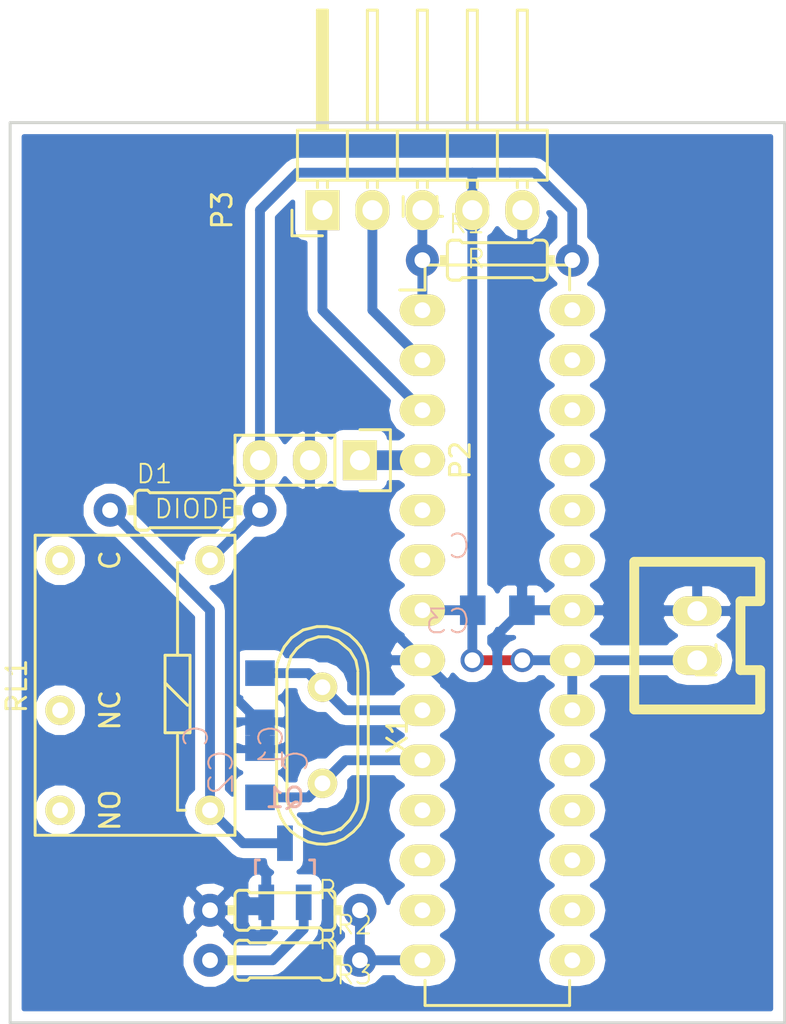
<source format=kicad_pcb>
(kicad_pcb (version 4) (host pcbnew 4.0.2-stable)

  (general
    (links 32)
    (no_connects 0)
    (area 127.47774 34.209999 167.715001 86.435001)
    (thickness 1.6)
    (drawings 4)
    (tracks 69)
    (zones 0)
    (modules 14)
    (nets 31)
  )

  (page A4)
  (layers
    (0 F.Cu signal)
    (31 B.Cu signal)
    (32 B.Adhes user)
    (33 F.Adhes user)
    (34 B.Paste user)
    (35 F.Paste user)
    (36 B.SilkS user)
    (37 F.SilkS user)
    (38 B.Mask user)
    (39 F.Mask user)
    (40 Dwgs.User user)
    (41 Cmts.User user)
    (42 Eco1.User user)
    (43 Eco2.User user)
    (44 Edge.Cuts user)
    (45 Margin user)
    (46 B.CrtYd user)
    (47 F.CrtYd user)
    (48 B.Fab user)
    (49 F.Fab user)
  )

  (setup
    (last_trace_width 0.5)
    (user_trace_width 0.5)
    (user_trace_width 1)
    (trace_clearance 0.2)
    (zone_clearance 0.508)
    (zone_45_only no)
    (trace_min 0.2)
    (segment_width 0.2)
    (edge_width 0.15)
    (via_size 0.6)
    (via_drill 0.4)
    (via_min_size 0.4)
    (via_min_drill 0.3)
    (user_via 1.2 0.8)
    (uvia_size 0.3)
    (uvia_drill 0.1)
    (uvias_allowed no)
    (uvia_min_size 0.2)
    (uvia_min_drill 0.1)
    (pcb_text_width 0.3)
    (pcb_text_size 1.5 1.5)
    (mod_edge_width 0.15)
    (mod_text_size 1 1)
    (mod_text_width 0.15)
    (pad_size 1.524 1.524)
    (pad_drill 0.762)
    (pad_to_mask_clearance 0.2)
    (aux_axis_origin 0 0)
    (visible_elements 7FFFFFFF)
    (pcbplotparams
      (layerselection 0x01000_80000000)
      (usegerberextensions false)
      (excludeedgelayer true)
      (linewidth 0.100000)
      (plotframeref false)
      (viasonmask false)
      (mode 1)
      (useauxorigin false)
      (hpglpennumber 1)
      (hpglpenspeed 20)
      (hpglpendiameter 15)
      (hpglpenoverlay 2)
      (psnegative false)
      (psa4output false)
      (plotreference true)
      (plotvalue true)
      (plotinvisibletext false)
      (padsonsilk false)
      (subtractmaskfromsilk false)
      (outputformat 1)
      (mirror false)
      (drillshape 0)
      (scaleselection 1)
      (outputdirectory ""))
  )

  (net 0 "")
  (net 1 GND)
  (net 2 /XTAL_1)
  (net 3 /XTAL_2)
  (net 4 +5V)
  (net 5 "Net-(D1-Pad1)")
  (net 6 /~RST)
  (net 7 /RX)
  (net 8 /TX)
  (net 9 /IR)
  (net 10 /RELAY)
  (net 11 "Net-(IC1-Pad6)")
  (net 12 "Net-(IC1-Pad11)")
  (net 13 "Net-(IC1-Pad12)")
  (net 14 "Net-(IC1-Pad13)")
  (net 15 "Net-(IC1-Pad15)")
  (net 16 "Net-(IC1-Pad16)")
  (net 17 "Net-(IC1-Pad17)")
  (net 18 "Net-(IC1-Pad18)")
  (net 19 "Net-(IC1-Pad19)")
  (net 20 "Net-(IC1-Pad23)")
  (net 21 "Net-(IC1-Pad24)")
  (net 22 "Net-(IC1-Pad25)")
  (net 23 "Net-(IC1-Pad26)")
  (net 24 "Net-(IC1-Pad27)")
  (net 25 "Net-(IC1-Pad28)")
  (net 26 "Net-(Q1-PadG)")
  (net 27 "Net-(RL1-Pad10)")
  (net 28 "Net-(RL1-Pad7)")
  (net 29 "Net-(IC1-Pad5)")
  (net 30 "Net-(RL1-Pad12)")

  (net_class Default "これは標準のネット クラスです。"
    (clearance 0.2)
    (trace_width 0.25)
    (via_dia 0.6)
    (via_drill 0.4)
    (uvia_dia 0.3)
    (uvia_drill 0.1)
    (add_net +5V)
    (add_net /IR)
    (add_net /RELAY)
    (add_net /RX)
    (add_net /TX)
    (add_net /XTAL_1)
    (add_net /XTAL_2)
    (add_net /~RST)
    (add_net GND)
    (add_net "Net-(D1-Pad1)")
    (add_net "Net-(IC1-Pad11)")
    (add_net "Net-(IC1-Pad12)")
    (add_net "Net-(IC1-Pad13)")
    (add_net "Net-(IC1-Pad15)")
    (add_net "Net-(IC1-Pad16)")
    (add_net "Net-(IC1-Pad17)")
    (add_net "Net-(IC1-Pad18)")
    (add_net "Net-(IC1-Pad19)")
    (add_net "Net-(IC1-Pad23)")
    (add_net "Net-(IC1-Pad24)")
    (add_net "Net-(IC1-Pad25)")
    (add_net "Net-(IC1-Pad26)")
    (add_net "Net-(IC1-Pad27)")
    (add_net "Net-(IC1-Pad28)")
    (add_net "Net-(IC1-Pad5)")
    (add_net "Net-(IC1-Pad6)")
    (add_net "Net-(Q1-PadG)")
    (add_net "Net-(RL1-Pad10)")
    (add_net "Net-(RL1-Pad12)")
    (add_net "Net-(RL1-Pad7)")
  )

  (module Pin_Headers:Pin_Header_Straight_1x03 (layer F.Cu) (tedit 0) (tstamp 57780D8D)
    (at 146.05 57.785 270)
    (descr "Through hole pin header")
    (tags "pin header")
    (path /577813D7)
    (fp_text reference P2 (at 0 -5.1 270) (layer F.SilkS)
      (effects (font (size 1 1) (thickness 0.15)))
    )
    (fp_text value CONN_01X03 (at 0 -3.1 270) (layer F.Fab)
      (effects (font (size 1 1) (thickness 0.15)))
    )
    (fp_line (start -1.75 -1.75) (end -1.75 6.85) (layer F.CrtYd) (width 0.05))
    (fp_line (start 1.75 -1.75) (end 1.75 6.85) (layer F.CrtYd) (width 0.05))
    (fp_line (start -1.75 -1.75) (end 1.75 -1.75) (layer F.CrtYd) (width 0.05))
    (fp_line (start -1.75 6.85) (end 1.75 6.85) (layer F.CrtYd) (width 0.05))
    (fp_line (start -1.27 1.27) (end -1.27 6.35) (layer F.SilkS) (width 0.15))
    (fp_line (start -1.27 6.35) (end 1.27 6.35) (layer F.SilkS) (width 0.15))
    (fp_line (start 1.27 6.35) (end 1.27 1.27) (layer F.SilkS) (width 0.15))
    (fp_line (start 1.55 -1.55) (end 1.55 0) (layer F.SilkS) (width 0.15))
    (fp_line (start 1.27 1.27) (end -1.27 1.27) (layer F.SilkS) (width 0.15))
    (fp_line (start -1.55 0) (end -1.55 -1.55) (layer F.SilkS) (width 0.15))
    (fp_line (start -1.55 -1.55) (end 1.55 -1.55) (layer F.SilkS) (width 0.15))
    (pad 1 thru_hole rect (at 0 0 270) (size 2.032 1.7272) (drill 1.016) (layers *.Cu *.Mask F.SilkS)
      (net 9 /IR))
    (pad 2 thru_hole oval (at 0 2.54 270) (size 2.032 1.7272) (drill 1.016) (layers *.Cu *.Mask F.SilkS)
      (net 1 GND))
    (pad 3 thru_hole oval (at 0 5.08 270) (size 2.032 1.7272) (drill 1.016) (layers *.Cu *.Mask F.SilkS)
      (net 4 +5V))
    (model Pin_Headers.3dshapes/Pin_Header_Straight_1x03.wrl
      (at (xyz 0 -0.1 0))
      (scale (xyz 1 1 1))
      (rotate (xyz 0 0 90))
    )
  )

  (module RP_KiCAD_Libs:C2012 (layer B.Cu) (tedit 0) (tstamp 57780D4E)
    (at 140.97 69.85 90)
    (descr <b>CAPACITOR</b>)
    (path /577801D1)
    (fp_text reference C1 (at -1.27 1.27 90) (layer B.SilkS)
      (effects (font (size 1.2065 1.2065) (thickness 0.1016)) (justify left bottom mirror))
    )
    (fp_text value C (at -1.27 -2.54 90) (layer B.SilkS)
      (effects (font (size 1.2065 1.2065) (thickness 0.1016)) (justify left bottom mirror))
    )
    (fp_line (start -0.381 0.66) (end 0.381 0.66) (layer Dwgs.User) (width 0.1016))
    (fp_line (start -0.356 -0.66) (end 0.381 -0.66) (layer Dwgs.User) (width 0.1016))
    (fp_poly (pts (xy -1.0922 -0.7239) (xy -0.3421 -0.7239) (xy -0.3421 0.7262) (xy -1.0922 0.7262)) (layer Dwgs.User) (width 0))
    (fp_poly (pts (xy 0.3556 -0.7239) (xy 1.1057 -0.7239) (xy 1.1057 0.7262) (xy 0.3556 0.7262)) (layer Dwgs.User) (width 0))
    (fp_poly (pts (xy -0.1001 -0.4001) (xy 0.1001 -0.4001) (xy 0.1001 0.4001) (xy -0.1001 0.4001)) (layer B.Adhes) (width 0))
    (pad 1 smd rect (at -1.25 0 90) (size 1.3 1.5) (layers B.Cu B.Paste B.Mask)
      (net 1 GND))
    (pad 2 smd rect (at 1.25 0 90) (size 1.3 1.5) (layers B.Cu B.Paste B.Mask)
      (net 2 /XTAL_1))
    (model Resistors_SMD.3dshapes/R_0805.wrl
      (at (xyz 0 0 0))
      (scale (xyz 1 1 1))
      (rotate (xyz 0 0 0))
    )
  )

  (module RP_KiCAD_Libs:C2012 (layer B.Cu) (tedit 0) (tstamp 57780D54)
    (at 140.97 73.66 270)
    (descr <b>CAPACITOR</b>)
    (path /57780238)
    (fp_text reference C2 (at -1.27 1.27 270) (layer B.SilkS)
      (effects (font (size 1.2065 1.2065) (thickness 0.1016)) (justify left bottom mirror))
    )
    (fp_text value C (at -1.27 -2.54 270) (layer B.SilkS)
      (effects (font (size 1.2065 1.2065) (thickness 0.1016)) (justify left bottom mirror))
    )
    (fp_line (start -0.381 0.66) (end 0.381 0.66) (layer Dwgs.User) (width 0.1016))
    (fp_line (start -0.356 -0.66) (end 0.381 -0.66) (layer Dwgs.User) (width 0.1016))
    (fp_poly (pts (xy -1.0922 -0.7239) (xy -0.3421 -0.7239) (xy -0.3421 0.7262) (xy -1.0922 0.7262)) (layer Dwgs.User) (width 0))
    (fp_poly (pts (xy 0.3556 -0.7239) (xy 1.1057 -0.7239) (xy 1.1057 0.7262) (xy 0.3556 0.7262)) (layer Dwgs.User) (width 0))
    (fp_poly (pts (xy -0.1001 -0.4001) (xy 0.1001 -0.4001) (xy 0.1001 0.4001) (xy -0.1001 0.4001)) (layer B.Adhes) (width 0))
    (pad 1 smd rect (at -1.25 0 270) (size 1.3 1.5) (layers B.Cu B.Paste B.Mask)
      (net 1 GND))
    (pad 2 smd rect (at 1.25 0 270) (size 1.3 1.5) (layers B.Cu B.Paste B.Mask)
      (net 3 /XTAL_2))
    (model Resistors_SMD.3dshapes/R_0805.wrl
      (at (xyz 0 0 0))
      (scale (xyz 1 1 1))
      (rotate (xyz 0 0 0))
    )
  )

  (module RP_KiCAD_Libs:C2012 (layer B.Cu) (tedit 0) (tstamp 57780D5A)
    (at 153.035 65.405)
    (descr <b>CAPACITOR</b>)
    (path /5778036C)
    (fp_text reference C3 (at -1.27 1.27) (layer B.SilkS)
      (effects (font (size 1.2065 1.2065) (thickness 0.1016)) (justify left bottom mirror))
    )
    (fp_text value C (at -1.27 -2.54) (layer B.SilkS)
      (effects (font (size 1.2065 1.2065) (thickness 0.1016)) (justify left bottom mirror))
    )
    (fp_line (start -0.381 0.66) (end 0.381 0.66) (layer Dwgs.User) (width 0.1016))
    (fp_line (start -0.356 -0.66) (end 0.381 -0.66) (layer Dwgs.User) (width 0.1016))
    (fp_poly (pts (xy -1.0922 -0.7239) (xy -0.3421 -0.7239) (xy -0.3421 0.7262) (xy -1.0922 0.7262)) (layer Dwgs.User) (width 0))
    (fp_poly (pts (xy 0.3556 -0.7239) (xy 1.1057 -0.7239) (xy 1.1057 0.7262) (xy 0.3556 0.7262)) (layer Dwgs.User) (width 0))
    (fp_poly (pts (xy -0.1001 -0.4001) (xy 0.1001 -0.4001) (xy 0.1001 0.4001) (xy -0.1001 0.4001)) (layer B.Adhes) (width 0))
    (pad 1 smd rect (at -1.25 0) (size 1.3 1.5) (layers B.Cu B.Paste B.Mask)
      (net 4 +5V))
    (pad 2 smd rect (at 1.25 0) (size 1.3 1.5) (layers B.Cu B.Paste B.Mask)
      (net 1 GND))
    (model Resistors_SMD.3dshapes/R_0805.wrl
      (at (xyz 0 0 0))
      (scale (xyz 1 1 1))
      (rotate (xyz 0 0 0))
    )
  )

  (module RP_KiCAD_Libs:0204_2f7 (layer F.Cu) (tedit 0) (tstamp 57780D60)
    (at 137.16 60.325)
    (descr "<b>RESISTOR</b><p>\ntype 0204, grid 7.5 mm")
    (path /57780B54)
    (fp_text reference D1 (at -2.54 -1.2954) (layer F.SilkS)
      (effects (font (size 0.94107 0.94107) (thickness 0.09906)) (justify left bottom))
    )
    (fp_text value DIODE (at -1.6256 0.4826) (layer F.SilkS)
      (effects (font (size 0.94107 0.94107) (thickness 0.09906)) (justify left bottom))
    )
    (fp_line (start 3.81 0) (end 2.921 0) (layer Dwgs.User) (width 0.508))
    (fp_line (start -3.81 0) (end -2.921 0) (layer Dwgs.User) (width 0.508))
    (fp_arc (start -2.286 -0.762) (end -2.54 -0.762) (angle 90) (layer F.SilkS) (width 0.1524))
    (fp_arc (start -2.286 0.762) (end -2.54 0.762) (angle -90) (layer F.SilkS) (width 0.1524))
    (fp_arc (start 2.286 0.762) (end 2.286 1.016) (angle -90) (layer F.SilkS) (width 0.1524))
    (fp_arc (start 2.286 -0.762) (end 2.286 -1.016) (angle 90) (layer F.SilkS) (width 0.1524))
    (fp_line (start -2.54 0.762) (end -2.54 -0.762) (layer F.SilkS) (width 0.1524))
    (fp_line (start -2.286 -1.016) (end -1.905 -1.016) (layer F.SilkS) (width 0.1524))
    (fp_line (start -1.778 -0.889) (end -1.905 -1.016) (layer F.SilkS) (width 0.1524))
    (fp_line (start -2.286 1.016) (end -1.905 1.016) (layer F.SilkS) (width 0.1524))
    (fp_line (start -1.778 0.889) (end -1.905 1.016) (layer F.SilkS) (width 0.1524))
    (fp_line (start 1.778 -0.889) (end 1.905 -1.016) (layer F.SilkS) (width 0.1524))
    (fp_line (start 1.778 -0.889) (end -1.778 -0.889) (layer F.SilkS) (width 0.1524))
    (fp_line (start 1.778 0.889) (end 1.905 1.016) (layer F.SilkS) (width 0.1524))
    (fp_line (start 1.778 0.889) (end -1.778 0.889) (layer F.SilkS) (width 0.1524))
    (fp_line (start 2.286 -1.016) (end 1.905 -1.016) (layer F.SilkS) (width 0.1524))
    (fp_line (start 2.286 1.016) (end 1.905 1.016) (layer F.SilkS) (width 0.1524))
    (fp_line (start 2.54 0.762) (end 2.54 -0.762) (layer F.SilkS) (width 0.1524))
    (fp_poly (pts (xy 2.54 0.254) (xy 2.921 0.254) (xy 2.921 -0.254) (xy 2.54 -0.254)) (layer F.SilkS) (width 0))
    (fp_poly (pts (xy -2.921 0.254) (xy -2.54 0.254) (xy -2.54 -0.254) (xy -2.921 -0.254)) (layer F.SilkS) (width 0))
    (pad 1 thru_hole circle (at -3.81 0) (size 1.6764 1.6764) (drill 0.8) (layers *.Cu *.Mask)
      (net 5 "Net-(D1-Pad1)"))
    (pad 2 thru_hole circle (at 3.81 0) (size 1.6764 1.6764) (drill 0.8) (layers *.Cu *.Mask)
      (net 4 +5V))
    (model discret/resistors/horizontal/r_h_820R.wrl
      (at (xyz 0 0 0))
      (scale (xyz 0.3 0.3 0.3))
      (rotate (xyz 0 0 0))
    )
  )

  (module Housings_DIP:DIP-28_W7.62mm_LongPads (layer F.Cu) (tedit 54130A77) (tstamp 57780D80)
    (at 149.225 50.165)
    (descr "28-lead dip package, row spacing 7.62 mm (300 mils), longer pads")
    (tags "dil dip 2.54 300")
    (path /5777FFDE)
    (fp_text reference IC1 (at 0 -5.22) (layer F.SilkS)
      (effects (font (size 1 1) (thickness 0.15)))
    )
    (fp_text value ATMEGA168-P (at 0 -3.72) (layer F.Fab)
      (effects (font (size 1 1) (thickness 0.15)))
    )
    (fp_line (start -1.4 -2.45) (end -1.4 35.5) (layer F.CrtYd) (width 0.05))
    (fp_line (start 9 -2.45) (end 9 35.5) (layer F.CrtYd) (width 0.05))
    (fp_line (start -1.4 -2.45) (end 9 -2.45) (layer F.CrtYd) (width 0.05))
    (fp_line (start -1.4 35.5) (end 9 35.5) (layer F.CrtYd) (width 0.05))
    (fp_line (start 0.135 -2.295) (end 0.135 -1.025) (layer F.SilkS) (width 0.15))
    (fp_line (start 7.485 -2.295) (end 7.485 -1.025) (layer F.SilkS) (width 0.15))
    (fp_line (start 7.485 35.315) (end 7.485 34.045) (layer F.SilkS) (width 0.15))
    (fp_line (start 0.135 35.315) (end 0.135 34.045) (layer F.SilkS) (width 0.15))
    (fp_line (start 0.135 -2.295) (end 7.485 -2.295) (layer F.SilkS) (width 0.15))
    (fp_line (start 0.135 35.315) (end 7.485 35.315) (layer F.SilkS) (width 0.15))
    (fp_line (start 0.135 -1.025) (end -1.15 -1.025) (layer F.SilkS) (width 0.15))
    (pad 1 thru_hole oval (at 0 0) (size 2.3 1.6) (drill 0.8) (layers *.Cu *.Mask F.SilkS)
      (net 6 /~RST))
    (pad 2 thru_hole oval (at 0 2.54) (size 2.3 1.6) (drill 0.8) (layers *.Cu *.Mask F.SilkS)
      (net 7 /RX))
    (pad 3 thru_hole oval (at 0 5.08) (size 2.3 1.6) (drill 0.8) (layers *.Cu *.Mask F.SilkS)
      (net 8 /TX))
    (pad 4 thru_hole oval (at 0 7.62) (size 2.3 1.6) (drill 0.8) (layers *.Cu *.Mask F.SilkS)
      (net 9 /IR))
    (pad 5 thru_hole oval (at 0 10.16) (size 2.3 1.6) (drill 0.8) (layers *.Cu *.Mask F.SilkS)
      (net 29 "Net-(IC1-Pad5)"))
    (pad 6 thru_hole oval (at 0 12.7) (size 2.3 1.6) (drill 0.8) (layers *.Cu *.Mask F.SilkS)
      (net 11 "Net-(IC1-Pad6)"))
    (pad 7 thru_hole oval (at 0 15.24) (size 2.3 1.6) (drill 0.8) (layers *.Cu *.Mask F.SilkS)
      (net 4 +5V))
    (pad 8 thru_hole oval (at 0 17.78) (size 2.3 1.6) (drill 0.8) (layers *.Cu *.Mask F.SilkS)
      (net 1 GND))
    (pad 9 thru_hole oval (at 0 20.32) (size 2.3 1.6) (drill 0.8) (layers *.Cu *.Mask F.SilkS)
      (net 2 /XTAL_1))
    (pad 10 thru_hole oval (at 0 22.86) (size 2.3 1.6) (drill 0.8) (layers *.Cu *.Mask F.SilkS)
      (net 3 /XTAL_2))
    (pad 11 thru_hole oval (at 0 25.4) (size 2.3 1.6) (drill 0.8) (layers *.Cu *.Mask F.SilkS)
      (net 12 "Net-(IC1-Pad11)"))
    (pad 12 thru_hole oval (at 0 27.94) (size 2.3 1.6) (drill 0.8) (layers *.Cu *.Mask F.SilkS)
      (net 13 "Net-(IC1-Pad12)"))
    (pad 13 thru_hole oval (at 0 30.48) (size 2.3 1.6) (drill 0.8) (layers *.Cu *.Mask F.SilkS)
      (net 14 "Net-(IC1-Pad13)"))
    (pad 14 thru_hole oval (at 0 33.02) (size 2.3 1.6) (drill 0.8) (layers *.Cu *.Mask F.SilkS)
      (net 10 /RELAY))
    (pad 15 thru_hole oval (at 7.62 33.02) (size 2.3 1.6) (drill 0.8) (layers *.Cu *.Mask F.SilkS)
      (net 15 "Net-(IC1-Pad15)"))
    (pad 16 thru_hole oval (at 7.62 30.48) (size 2.3 1.6) (drill 0.8) (layers *.Cu *.Mask F.SilkS)
      (net 16 "Net-(IC1-Pad16)"))
    (pad 17 thru_hole oval (at 7.62 27.94) (size 2.3 1.6) (drill 0.8) (layers *.Cu *.Mask F.SilkS)
      (net 17 "Net-(IC1-Pad17)"))
    (pad 18 thru_hole oval (at 7.62 25.4) (size 2.3 1.6) (drill 0.8) (layers *.Cu *.Mask F.SilkS)
      (net 18 "Net-(IC1-Pad18)"))
    (pad 19 thru_hole oval (at 7.62 22.86) (size 2.3 1.6) (drill 0.8) (layers *.Cu *.Mask F.SilkS)
      (net 19 "Net-(IC1-Pad19)"))
    (pad 20 thru_hole oval (at 7.62 20.32) (size 2.3 1.6) (drill 0.8) (layers *.Cu *.Mask F.SilkS)
      (net 4 +5V))
    (pad 21 thru_hole oval (at 7.62 17.78) (size 2.3 1.6) (drill 0.8) (layers *.Cu *.Mask F.SilkS)
      (net 4 +5V))
    (pad 22 thru_hole oval (at 7.62 15.24) (size 2.3 1.6) (drill 0.8) (layers *.Cu *.Mask F.SilkS)
      (net 1 GND))
    (pad 23 thru_hole oval (at 7.62 12.7) (size 2.3 1.6) (drill 0.8) (layers *.Cu *.Mask F.SilkS)
      (net 20 "Net-(IC1-Pad23)"))
    (pad 24 thru_hole oval (at 7.62 10.16) (size 2.3 1.6) (drill 0.8) (layers *.Cu *.Mask F.SilkS)
      (net 21 "Net-(IC1-Pad24)"))
    (pad 25 thru_hole oval (at 7.62 7.62) (size 2.3 1.6) (drill 0.8) (layers *.Cu *.Mask F.SilkS)
      (net 22 "Net-(IC1-Pad25)"))
    (pad 26 thru_hole oval (at 7.62 5.08) (size 2.3 1.6) (drill 0.8) (layers *.Cu *.Mask F.SilkS)
      (net 23 "Net-(IC1-Pad26)"))
    (pad 27 thru_hole oval (at 7.62 2.54) (size 2.3 1.6) (drill 0.8) (layers *.Cu *.Mask F.SilkS)
      (net 24 "Net-(IC1-Pad27)"))
    (pad 28 thru_hole oval (at 7.62 0) (size 2.3 1.6) (drill 0.8) (layers *.Cu *.Mask F.SilkS)
      (net 25 "Net-(IC1-Pad28)"))
    (model Housings_DIP.3dshapes/DIP-28_W7.62mm_LongPads.wrl
      (at (xyz 0 0 0))
      (scale (xyz 1 1 1))
      (rotate (xyz 0 0 0))
    )
  )

  (module RP_KiCAD_Connector:XA_2T (layer F.Cu) (tedit 5763B242) (tstamp 57780D86)
    (at 163.195 67.945 90)
    (path /57782293)
    (fp_text reference P1 (at 0 0.5 90) (layer F.SilkS)
      (effects (font (size 1 1) (thickness 0.15)))
    )
    (fp_text value CONN_01X02 (at 0 -0.5 90) (layer F.Fab)
      (effects (font (size 1 1) (thickness 0.15)))
    )
    (fp_line (start -2.5 3.2) (end -0.5 3.2) (layer F.SilkS) (width 0.5))
    (fp_line (start -0.5 3.2) (end -0.5 2.2) (layer F.SilkS) (width 0.5))
    (fp_line (start -0.5 2.2) (end 3 2.2) (layer F.SilkS) (width 0.5))
    (fp_line (start 3 2.2) (end 3 3.2) (layer F.SilkS) (width 0.5))
    (fp_line (start 3 3.2) (end 5 3.2) (layer F.SilkS) (width 0.5))
    (fp_line (start -2.5 -3.2) (end -2.5 3.2) (layer F.SilkS) (width 0.5))
    (fp_line (start 5 3.2) (end 5 -3.2) (layer F.SilkS) (width 0.5))
    (fp_line (start 5 -3.2) (end -2.5 -3.2) (layer F.SilkS) (width 0.5))
    (pad 2 thru_hole oval (at 0 0 90) (size 1.5 2.5) (drill 1) (layers *.Cu *.Mask F.SilkS)
      (net 4 +5V))
    (pad 1 thru_hole oval (at 2.5 0 90) (size 1.5 2.5) (drill 1) (layers *.Cu *.Mask F.SilkS)
      (net 1 GND))
    (model conn_XA/XA_2T.wrl
      (at (xyz 0.05 0 0))
      (scale (xyz 4 4 4))
      (rotate (xyz -90 0 0))
    )
  )

  (module Pin_Headers:Pin_Header_Angled_1x05 (layer F.Cu) (tedit 0) (tstamp 57780D96)
    (at 144.145 45.085 90)
    (descr "Through hole pin header")
    (tags "pin header")
    (path /57781B79)
    (fp_text reference P3 (at 0 -5.1 90) (layer F.SilkS)
      (effects (font (size 1 1) (thickness 0.15)))
    )
    (fp_text value CONN_01X05 (at 0 -3.1 90) (layer F.Fab)
      (effects (font (size 1 1) (thickness 0.15)))
    )
    (fp_line (start -1.5 -1.75) (end -1.5 11.95) (layer F.CrtYd) (width 0.05))
    (fp_line (start 10.65 -1.75) (end 10.65 11.95) (layer F.CrtYd) (width 0.05))
    (fp_line (start -1.5 -1.75) (end 10.65 -1.75) (layer F.CrtYd) (width 0.05))
    (fp_line (start -1.5 11.95) (end 10.65 11.95) (layer F.CrtYd) (width 0.05))
    (fp_line (start -1.3 -1.55) (end -1.3 0) (layer F.SilkS) (width 0.15))
    (fp_line (start 0 -1.55) (end -1.3 -1.55) (layer F.SilkS) (width 0.15))
    (fp_line (start 4.191 -0.127) (end 10.033 -0.127) (layer F.SilkS) (width 0.15))
    (fp_line (start 10.033 -0.127) (end 10.033 0.127) (layer F.SilkS) (width 0.15))
    (fp_line (start 10.033 0.127) (end 4.191 0.127) (layer F.SilkS) (width 0.15))
    (fp_line (start 4.191 0.127) (end 4.191 0) (layer F.SilkS) (width 0.15))
    (fp_line (start 4.191 0) (end 10.033 0) (layer F.SilkS) (width 0.15))
    (fp_line (start 1.524 -0.254) (end 1.143 -0.254) (layer F.SilkS) (width 0.15))
    (fp_line (start 1.524 0.254) (end 1.143 0.254) (layer F.SilkS) (width 0.15))
    (fp_line (start 1.524 2.286) (end 1.143 2.286) (layer F.SilkS) (width 0.15))
    (fp_line (start 1.524 2.794) (end 1.143 2.794) (layer F.SilkS) (width 0.15))
    (fp_line (start 1.524 4.826) (end 1.143 4.826) (layer F.SilkS) (width 0.15))
    (fp_line (start 1.524 5.334) (end 1.143 5.334) (layer F.SilkS) (width 0.15))
    (fp_line (start 1.524 7.366) (end 1.143 7.366) (layer F.SilkS) (width 0.15))
    (fp_line (start 1.524 7.874) (end 1.143 7.874) (layer F.SilkS) (width 0.15))
    (fp_line (start 1.524 10.414) (end 1.143 10.414) (layer F.SilkS) (width 0.15))
    (fp_line (start 1.524 9.906) (end 1.143 9.906) (layer F.SilkS) (width 0.15))
    (fp_line (start 4.064 1.27) (end 4.064 -1.27) (layer F.SilkS) (width 0.15))
    (fp_line (start 10.16 0.254) (end 4.064 0.254) (layer F.SilkS) (width 0.15))
    (fp_line (start 10.16 -0.254) (end 10.16 0.254) (layer F.SilkS) (width 0.15))
    (fp_line (start 4.064 -0.254) (end 10.16 -0.254) (layer F.SilkS) (width 0.15))
    (fp_line (start 1.524 1.27) (end 4.064 1.27) (layer F.SilkS) (width 0.15))
    (fp_line (start 1.524 -1.27) (end 1.524 1.27) (layer F.SilkS) (width 0.15))
    (fp_line (start 1.524 -1.27) (end 4.064 -1.27) (layer F.SilkS) (width 0.15))
    (fp_line (start 1.524 3.81) (end 4.064 3.81) (layer F.SilkS) (width 0.15))
    (fp_line (start 1.524 3.81) (end 1.524 6.35) (layer F.SilkS) (width 0.15))
    (fp_line (start 1.524 6.35) (end 4.064 6.35) (layer F.SilkS) (width 0.15))
    (fp_line (start 4.064 4.826) (end 10.16 4.826) (layer F.SilkS) (width 0.15))
    (fp_line (start 10.16 4.826) (end 10.16 5.334) (layer F.SilkS) (width 0.15))
    (fp_line (start 10.16 5.334) (end 4.064 5.334) (layer F.SilkS) (width 0.15))
    (fp_line (start 4.064 6.35) (end 4.064 3.81) (layer F.SilkS) (width 0.15))
    (fp_line (start 4.064 3.81) (end 4.064 1.27) (layer F.SilkS) (width 0.15))
    (fp_line (start 10.16 2.794) (end 4.064 2.794) (layer F.SilkS) (width 0.15))
    (fp_line (start 10.16 2.286) (end 10.16 2.794) (layer F.SilkS) (width 0.15))
    (fp_line (start 4.064 2.286) (end 10.16 2.286) (layer F.SilkS) (width 0.15))
    (fp_line (start 1.524 3.81) (end 4.064 3.81) (layer F.SilkS) (width 0.15))
    (fp_line (start 1.524 1.27) (end 1.524 3.81) (layer F.SilkS) (width 0.15))
    (fp_line (start 1.524 1.27) (end 4.064 1.27) (layer F.SilkS) (width 0.15))
    (fp_line (start 1.524 8.89) (end 4.064 8.89) (layer F.SilkS) (width 0.15))
    (fp_line (start 1.524 8.89) (end 1.524 11.43) (layer F.SilkS) (width 0.15))
    (fp_line (start 1.524 11.43) (end 4.064 11.43) (layer F.SilkS) (width 0.15))
    (fp_line (start 4.064 9.906) (end 10.16 9.906) (layer F.SilkS) (width 0.15))
    (fp_line (start 10.16 9.906) (end 10.16 10.414) (layer F.SilkS) (width 0.15))
    (fp_line (start 10.16 10.414) (end 4.064 10.414) (layer F.SilkS) (width 0.15))
    (fp_line (start 4.064 11.43) (end 4.064 8.89) (layer F.SilkS) (width 0.15))
    (fp_line (start 4.064 8.89) (end 4.064 6.35) (layer F.SilkS) (width 0.15))
    (fp_line (start 10.16 7.874) (end 4.064 7.874) (layer F.SilkS) (width 0.15))
    (fp_line (start 10.16 7.366) (end 10.16 7.874) (layer F.SilkS) (width 0.15))
    (fp_line (start 4.064 7.366) (end 10.16 7.366) (layer F.SilkS) (width 0.15))
    (fp_line (start 1.524 8.89) (end 4.064 8.89) (layer F.SilkS) (width 0.15))
    (fp_line (start 1.524 6.35) (end 1.524 8.89) (layer F.SilkS) (width 0.15))
    (fp_line (start 1.524 6.35) (end 4.064 6.35) (layer F.SilkS) (width 0.15))
    (pad 1 thru_hole rect (at 0 0 90) (size 2.032 1.7272) (drill 1.016) (layers *.Cu *.Mask F.SilkS)
      (net 8 /TX))
    (pad 2 thru_hole oval (at 0 2.54 90) (size 2.032 1.7272) (drill 1.016) (layers *.Cu *.Mask F.SilkS)
      (net 7 /RX))
    (pad 3 thru_hole oval (at 0 5.08 90) (size 2.032 1.7272) (drill 1.016) (layers *.Cu *.Mask F.SilkS)
      (net 6 /~RST))
    (pad 4 thru_hole oval (at 0 7.62 90) (size 2.032 1.7272) (drill 1.016) (layers *.Cu *.Mask F.SilkS)
      (net 4 +5V))
    (pad 5 thru_hole oval (at 0 10.16 90) (size 2.032 1.7272) (drill 1.016) (layers *.Cu *.Mask F.SilkS)
      (net 1 GND))
    (model Pin_Headers.3dshapes/Pin_Header_Angled_1x05.wrl
      (at (xyz 0 -0.2 0))
      (scale (xyz 1 1 1))
      (rotate (xyz 0 0 90))
    )
  )

  (module TO_SOT_Packages_SMD:SOT-23_Handsoldering (layer B.Cu) (tedit 56FA59B0) (tstamp 57780D9D)
    (at 142.24 78.74 180)
    (descr "SOT-23, Handsoldering")
    (tags SOT-23)
    (path /57780CF4)
    (attr smd)
    (fp_text reference Q1 (at 0 3.81 180) (layer B.SilkS)
      (effects (font (size 1 1) (thickness 0.15)) (justify mirror))
    )
    (fp_text value MOSFET_N (at 0 -3.81 180) (layer B.Fab)
      (effects (font (size 1 1) (thickness 0.15)) (justify mirror))
    )
    (fp_line (start -1.49982 -0.0508) (end -1.49982 0.65024) (layer B.SilkS) (width 0.15))
    (fp_line (start -1.49982 0.65024) (end -1.2509 0.65024) (layer B.SilkS) (width 0.15))
    (fp_line (start 1.29916 0.65024) (end 1.49982 0.65024) (layer B.SilkS) (width 0.15))
    (fp_line (start 1.49982 0.65024) (end 1.49982 -0.0508) (layer B.SilkS) (width 0.15))
    (pad G smd rect (at -0.95 -1.50114 180) (size 0.8001 1.80086) (layers B.Cu B.Paste B.Mask)
      (net 26 "Net-(Q1-PadG)"))
    (pad S smd rect (at 0.95 -1.50114 180) (size 0.8001 1.80086) (layers B.Cu B.Paste B.Mask)
      (net 1 GND))
    (pad D smd rect (at 0 1.50114 180) (size 0.8001 1.80086) (layers B.Cu B.Paste B.Mask)
      (net 5 "Net-(D1-Pad1)"))
    (model TO_SOT_Packages_SMD.3dshapes/SOT-23_Handsoldering.wrl
      (at (xyz 0 0 0))
      (scale (xyz 1 1 1))
      (rotate (xyz 0 0 0))
    )
  )

  (module RP_KiCAD_Libs:0204_2f7 (layer F.Cu) (tedit 0) (tstamp 57780DA3)
    (at 153.035 47.625)
    (descr "<b>RESISTOR</b><p>\ntype 0204, grid 7.5 mm")
    (path /57780606)
    (fp_text reference R1 (at -2.54 -1.2954) (layer F.SilkS)
      (effects (font (size 0.94107 0.94107) (thickness 0.09906)) (justify left bottom))
    )
    (fp_text value R (at -1.6256 0.4826) (layer F.SilkS)
      (effects (font (size 0.94107 0.94107) (thickness 0.09906)) (justify left bottom))
    )
    (fp_line (start 3.81 0) (end 2.921 0) (layer Dwgs.User) (width 0.508))
    (fp_line (start -3.81 0) (end -2.921 0) (layer Dwgs.User) (width 0.508))
    (fp_arc (start -2.286 -0.762) (end -2.54 -0.762) (angle 90) (layer F.SilkS) (width 0.1524))
    (fp_arc (start -2.286 0.762) (end -2.54 0.762) (angle -90) (layer F.SilkS) (width 0.1524))
    (fp_arc (start 2.286 0.762) (end 2.286 1.016) (angle -90) (layer F.SilkS) (width 0.1524))
    (fp_arc (start 2.286 -0.762) (end 2.286 -1.016) (angle 90) (layer F.SilkS) (width 0.1524))
    (fp_line (start -2.54 0.762) (end -2.54 -0.762) (layer F.SilkS) (width 0.1524))
    (fp_line (start -2.286 -1.016) (end -1.905 -1.016) (layer F.SilkS) (width 0.1524))
    (fp_line (start -1.778 -0.889) (end -1.905 -1.016) (layer F.SilkS) (width 0.1524))
    (fp_line (start -2.286 1.016) (end -1.905 1.016) (layer F.SilkS) (width 0.1524))
    (fp_line (start -1.778 0.889) (end -1.905 1.016) (layer F.SilkS) (width 0.1524))
    (fp_line (start 1.778 -0.889) (end 1.905 -1.016) (layer F.SilkS) (width 0.1524))
    (fp_line (start 1.778 -0.889) (end -1.778 -0.889) (layer F.SilkS) (width 0.1524))
    (fp_line (start 1.778 0.889) (end 1.905 1.016) (layer F.SilkS) (width 0.1524))
    (fp_line (start 1.778 0.889) (end -1.778 0.889) (layer F.SilkS) (width 0.1524))
    (fp_line (start 2.286 -1.016) (end 1.905 -1.016) (layer F.SilkS) (width 0.1524))
    (fp_line (start 2.286 1.016) (end 1.905 1.016) (layer F.SilkS) (width 0.1524))
    (fp_line (start 2.54 0.762) (end 2.54 -0.762) (layer F.SilkS) (width 0.1524))
    (fp_poly (pts (xy 2.54 0.254) (xy 2.921 0.254) (xy 2.921 -0.254) (xy 2.54 -0.254)) (layer F.SilkS) (width 0))
    (fp_poly (pts (xy -2.921 0.254) (xy -2.54 0.254) (xy -2.54 -0.254) (xy -2.921 -0.254)) (layer F.SilkS) (width 0))
    (pad 1 thru_hole circle (at -3.81 0) (size 1.6764 1.6764) (drill 0.8) (layers *.Cu *.Mask)
      (net 6 /~RST))
    (pad 2 thru_hole circle (at 3.81 0) (size 1.6764 1.6764) (drill 0.8) (layers *.Cu *.Mask)
      (net 4 +5V))
    (model discret/resistors/horizontal/r_h_820R.wrl
      (at (xyz 0 0 0))
      (scale (xyz 0.3 0.3 0.3))
      (rotate (xyz 0 0 0))
    )
  )

  (module RP_KiCAD_Libs:0204_2f7 (layer F.Cu) (tedit 0) (tstamp 57780DA9)
    (at 142.24 80.645 180)
    (descr "<b>RESISTOR</b><p>\ntype 0204, grid 7.5 mm")
    (path /57780FC2)
    (fp_text reference R2 (at -2.54 -1.2954 180) (layer F.SilkS)
      (effects (font (size 0.94107 0.94107) (thickness 0.09906)) (justify left bottom))
    )
    (fp_text value R (at -1.6256 0.4826 180) (layer F.SilkS)
      (effects (font (size 0.94107 0.94107) (thickness 0.09906)) (justify left bottom))
    )
    (fp_line (start 3.81 0) (end 2.921 0) (layer Dwgs.User) (width 0.508))
    (fp_line (start -3.81 0) (end -2.921 0) (layer Dwgs.User) (width 0.508))
    (fp_arc (start -2.286 -0.762) (end -2.54 -0.762) (angle 90) (layer F.SilkS) (width 0.1524))
    (fp_arc (start -2.286 0.762) (end -2.54 0.762) (angle -90) (layer F.SilkS) (width 0.1524))
    (fp_arc (start 2.286 0.762) (end 2.286 1.016) (angle -90) (layer F.SilkS) (width 0.1524))
    (fp_arc (start 2.286 -0.762) (end 2.286 -1.016) (angle 90) (layer F.SilkS) (width 0.1524))
    (fp_line (start -2.54 0.762) (end -2.54 -0.762) (layer F.SilkS) (width 0.1524))
    (fp_line (start -2.286 -1.016) (end -1.905 -1.016) (layer F.SilkS) (width 0.1524))
    (fp_line (start -1.778 -0.889) (end -1.905 -1.016) (layer F.SilkS) (width 0.1524))
    (fp_line (start -2.286 1.016) (end -1.905 1.016) (layer F.SilkS) (width 0.1524))
    (fp_line (start -1.778 0.889) (end -1.905 1.016) (layer F.SilkS) (width 0.1524))
    (fp_line (start 1.778 -0.889) (end 1.905 -1.016) (layer F.SilkS) (width 0.1524))
    (fp_line (start 1.778 -0.889) (end -1.778 -0.889) (layer F.SilkS) (width 0.1524))
    (fp_line (start 1.778 0.889) (end 1.905 1.016) (layer F.SilkS) (width 0.1524))
    (fp_line (start 1.778 0.889) (end -1.778 0.889) (layer F.SilkS) (width 0.1524))
    (fp_line (start 2.286 -1.016) (end 1.905 -1.016) (layer F.SilkS) (width 0.1524))
    (fp_line (start 2.286 1.016) (end 1.905 1.016) (layer F.SilkS) (width 0.1524))
    (fp_line (start 2.54 0.762) (end 2.54 -0.762) (layer F.SilkS) (width 0.1524))
    (fp_poly (pts (xy 2.54 0.254) (xy 2.921 0.254) (xy 2.921 -0.254) (xy 2.54 -0.254)) (layer F.SilkS) (width 0))
    (fp_poly (pts (xy -2.921 0.254) (xy -2.54 0.254) (xy -2.54 -0.254) (xy -2.921 -0.254)) (layer F.SilkS) (width 0))
    (pad 1 thru_hole circle (at -3.81 0 180) (size 1.6764 1.6764) (drill 0.8) (layers *.Cu *.Mask)
      (net 10 /RELAY))
    (pad 2 thru_hole circle (at 3.81 0 180) (size 1.6764 1.6764) (drill 0.8) (layers *.Cu *.Mask)
      (net 1 GND))
    (model discret/resistors/horizontal/r_h_820R.wrl
      (at (xyz 0 0 0))
      (scale (xyz 0.3 0.3 0.3))
      (rotate (xyz 0 0 0))
    )
  )

  (module RP_KiCAD_Libs:0204_2f7 (layer F.Cu) (tedit 0) (tstamp 57780DAF)
    (at 142.24 83.185 180)
    (descr "<b>RESISTOR</b><p>\ntype 0204, grid 7.5 mm")
    (path /57780F66)
    (fp_text reference R3 (at -2.54 -1.2954 180) (layer F.SilkS)
      (effects (font (size 0.94107 0.94107) (thickness 0.09906)) (justify left bottom))
    )
    (fp_text value R (at -1.6256 0.4826 180) (layer F.SilkS)
      (effects (font (size 0.94107 0.94107) (thickness 0.09906)) (justify left bottom))
    )
    (fp_line (start 3.81 0) (end 2.921 0) (layer Dwgs.User) (width 0.508))
    (fp_line (start -3.81 0) (end -2.921 0) (layer Dwgs.User) (width 0.508))
    (fp_arc (start -2.286 -0.762) (end -2.54 -0.762) (angle 90) (layer F.SilkS) (width 0.1524))
    (fp_arc (start -2.286 0.762) (end -2.54 0.762) (angle -90) (layer F.SilkS) (width 0.1524))
    (fp_arc (start 2.286 0.762) (end 2.286 1.016) (angle -90) (layer F.SilkS) (width 0.1524))
    (fp_arc (start 2.286 -0.762) (end 2.286 -1.016) (angle 90) (layer F.SilkS) (width 0.1524))
    (fp_line (start -2.54 0.762) (end -2.54 -0.762) (layer F.SilkS) (width 0.1524))
    (fp_line (start -2.286 -1.016) (end -1.905 -1.016) (layer F.SilkS) (width 0.1524))
    (fp_line (start -1.778 -0.889) (end -1.905 -1.016) (layer F.SilkS) (width 0.1524))
    (fp_line (start -2.286 1.016) (end -1.905 1.016) (layer F.SilkS) (width 0.1524))
    (fp_line (start -1.778 0.889) (end -1.905 1.016) (layer F.SilkS) (width 0.1524))
    (fp_line (start 1.778 -0.889) (end 1.905 -1.016) (layer F.SilkS) (width 0.1524))
    (fp_line (start 1.778 -0.889) (end -1.778 -0.889) (layer F.SilkS) (width 0.1524))
    (fp_line (start 1.778 0.889) (end 1.905 1.016) (layer F.SilkS) (width 0.1524))
    (fp_line (start 1.778 0.889) (end -1.778 0.889) (layer F.SilkS) (width 0.1524))
    (fp_line (start 2.286 -1.016) (end 1.905 -1.016) (layer F.SilkS) (width 0.1524))
    (fp_line (start 2.286 1.016) (end 1.905 1.016) (layer F.SilkS) (width 0.1524))
    (fp_line (start 2.54 0.762) (end 2.54 -0.762) (layer F.SilkS) (width 0.1524))
    (fp_poly (pts (xy 2.54 0.254) (xy 2.921 0.254) (xy 2.921 -0.254) (xy 2.54 -0.254)) (layer F.SilkS) (width 0))
    (fp_poly (pts (xy -2.921 0.254) (xy -2.54 0.254) (xy -2.54 -0.254) (xy -2.921 -0.254)) (layer F.SilkS) (width 0))
    (pad 1 thru_hole circle (at -3.81 0 180) (size 1.6764 1.6764) (drill 0.8) (layers *.Cu *.Mask)
      (net 10 /RELAY))
    (pad 2 thru_hole circle (at 3.81 0 180) (size 1.6764 1.6764) (drill 0.8) (layers *.Cu *.Mask)
      (net 26 "Net-(Q1-PadG)"))
    (model discret/resistors/horizontal/r_h_820R.wrl
      (at (xyz 0 0 0))
      (scale (xyz 0.3 0.3 0.3))
      (rotate (xyz 0 0 0))
    )
  )

  (module Crystals:Crystal_HC49-U_Vertical (layer F.Cu) (tedit 0) (tstamp 57780DCE)
    (at 144.145 71.755 270)
    (descr "Crystal, Quarz, HC49/U, vertical, stehend,")
    (tags "Crystal, Quarz, HC49/U, vertical, stehend,")
    (path /57780014)
    (fp_text reference X1 (at 0 -3.81 270) (layer F.SilkS)
      (effects (font (size 1 1) (thickness 0.15)))
    )
    (fp_text value CRYSTAL (at 0 3.81 270) (layer F.Fab)
      (effects (font (size 1 1) (thickness 0.15)))
    )
    (fp_line (start 4.699 -1.00076) (end 4.89966 -0.59944) (layer F.SilkS) (width 0.15))
    (fp_line (start 4.89966 -0.59944) (end 5.00126 0) (layer F.SilkS) (width 0.15))
    (fp_line (start 5.00126 0) (end 4.89966 0.50038) (layer F.SilkS) (width 0.15))
    (fp_line (start 4.89966 0.50038) (end 4.50088 1.19888) (layer F.SilkS) (width 0.15))
    (fp_line (start 4.50088 1.19888) (end 3.8989 1.6002) (layer F.SilkS) (width 0.15))
    (fp_line (start 3.8989 1.6002) (end 3.29946 1.80086) (layer F.SilkS) (width 0.15))
    (fp_line (start 3.29946 1.80086) (end -3.29946 1.80086) (layer F.SilkS) (width 0.15))
    (fp_line (start -3.29946 1.80086) (end -4.0005 1.6002) (layer F.SilkS) (width 0.15))
    (fp_line (start -4.0005 1.6002) (end -4.39928 1.30048) (layer F.SilkS) (width 0.15))
    (fp_line (start -4.39928 1.30048) (end -4.8006 0.8001) (layer F.SilkS) (width 0.15))
    (fp_line (start -4.8006 0.8001) (end -5.00126 0.20066) (layer F.SilkS) (width 0.15))
    (fp_line (start -5.00126 0.20066) (end -5.00126 -0.29972) (layer F.SilkS) (width 0.15))
    (fp_line (start -5.00126 -0.29972) (end -4.8006 -0.8001) (layer F.SilkS) (width 0.15))
    (fp_line (start -4.8006 -0.8001) (end -4.30022 -1.39954) (layer F.SilkS) (width 0.15))
    (fp_line (start -4.30022 -1.39954) (end -3.79984 -1.69926) (layer F.SilkS) (width 0.15))
    (fp_line (start -3.79984 -1.69926) (end -3.29946 -1.80086) (layer F.SilkS) (width 0.15))
    (fp_line (start -3.2004 -1.80086) (end 3.40106 -1.80086) (layer F.SilkS) (width 0.15))
    (fp_line (start 3.40106 -1.80086) (end 3.79984 -1.69926) (layer F.SilkS) (width 0.15))
    (fp_line (start 3.79984 -1.69926) (end 4.30022 -1.39954) (layer F.SilkS) (width 0.15))
    (fp_line (start 4.30022 -1.39954) (end 4.8006 -0.89916) (layer F.SilkS) (width 0.15))
    (fp_line (start -3.19024 -2.32918) (end -3.64998 -2.28092) (layer F.SilkS) (width 0.15))
    (fp_line (start -3.64998 -2.28092) (end -4.04876 -2.16916) (layer F.SilkS) (width 0.15))
    (fp_line (start -4.04876 -2.16916) (end -4.48056 -1.95072) (layer F.SilkS) (width 0.15))
    (fp_line (start -4.48056 -1.95072) (end -4.77012 -1.71958) (layer F.SilkS) (width 0.15))
    (fp_line (start -4.77012 -1.71958) (end -5.10032 -1.36906) (layer F.SilkS) (width 0.15))
    (fp_line (start -5.10032 -1.36906) (end -5.38988 -0.83058) (layer F.SilkS) (width 0.15))
    (fp_line (start -5.38988 -0.83058) (end -5.51942 -0.23114) (layer F.SilkS) (width 0.15))
    (fp_line (start -5.51942 -0.23114) (end -5.51942 0.2794) (layer F.SilkS) (width 0.15))
    (fp_line (start -5.51942 0.2794) (end -5.34924 0.98044) (layer F.SilkS) (width 0.15))
    (fp_line (start -5.34924 0.98044) (end -4.95046 1.56972) (layer F.SilkS) (width 0.15))
    (fp_line (start -4.95046 1.56972) (end -4.49072 1.94056) (layer F.SilkS) (width 0.15))
    (fp_line (start -4.49072 1.94056) (end -4.06908 2.14884) (layer F.SilkS) (width 0.15))
    (fp_line (start -4.06908 2.14884) (end -3.6195 2.30886) (layer F.SilkS) (width 0.15))
    (fp_line (start -3.6195 2.30886) (end -3.18008 2.33934) (layer F.SilkS) (width 0.15))
    (fp_line (start 4.16052 2.1209) (end 4.53898 1.89992) (layer F.SilkS) (width 0.15))
    (fp_line (start 4.53898 1.89992) (end 4.85902 1.62052) (layer F.SilkS) (width 0.15))
    (fp_line (start 4.85902 1.62052) (end 5.11048 1.29032) (layer F.SilkS) (width 0.15))
    (fp_line (start 5.11048 1.29032) (end 5.4102 0.73914) (layer F.SilkS) (width 0.15))
    (fp_line (start 5.4102 0.73914) (end 5.51942 0.26924) (layer F.SilkS) (width 0.15))
    (fp_line (start 5.51942 0.26924) (end 5.53974 -0.1905) (layer F.SilkS) (width 0.15))
    (fp_line (start 5.53974 -0.1905) (end 5.45084 -0.65024) (layer F.SilkS) (width 0.15))
    (fp_line (start 5.45084 -0.65024) (end 5.26034 -1.09982) (layer F.SilkS) (width 0.15))
    (fp_line (start 5.26034 -1.09982) (end 4.89966 -1.56972) (layer F.SilkS) (width 0.15))
    (fp_line (start 4.89966 -1.56972) (end 4.54914 -1.88976) (layer F.SilkS) (width 0.15))
    (fp_line (start 4.54914 -1.88976) (end 4.16052 -2.1209) (layer F.SilkS) (width 0.15))
    (fp_line (start 4.16052 -2.1209) (end 3.73126 -2.2606) (layer F.SilkS) (width 0.15))
    (fp_line (start 3.73126 -2.2606) (end 3.2893 -2.32918) (layer F.SilkS) (width 0.15))
    (fp_line (start -3.2004 2.32918) (end 3.2512 2.32918) (layer F.SilkS) (width 0.15))
    (fp_line (start 3.2512 2.32918) (end 3.6703 2.29108) (layer F.SilkS) (width 0.15))
    (fp_line (start 3.6703 2.29108) (end 4.16052 2.1209) (layer F.SilkS) (width 0.15))
    (fp_line (start -3.2004 -2.32918) (end 3.2512 -2.32918) (layer F.SilkS) (width 0.15))
    (pad 1 thru_hole circle (at -2.44094 0 270) (size 1.50114 1.50114) (drill 0.8001) (layers *.Cu *.Mask F.SilkS)
      (net 2 /XTAL_1))
    (pad 2 thru_hole circle (at 2.44094 0 270) (size 1.50114 1.50114) (drill 0.8001) (layers *.Cu *.Mask F.SilkS)
      (net 3 /XTAL_2))
  )

  (module Relays_ThroughHole:Relay_SPDS_OMRON-G6E (layer F.Cu) (tedit 54C87499) (tstamp 57781325)
    (at 138.43 75.565 90)
    (descr "Relay, SPDT, Omron, Serie, G6E,")
    (tags "Relay, SPDT, Omron, Serie, G6E, 1 x um, Relay")
    (path /577826D1)
    (fp_text reference RL1 (at 6.30936 -9.82726 90) (layer F.SilkS)
      (effects (font (size 1 1) (thickness 0.15)))
    )
    (fp_text value OMRON_G6E (at 5.08 3.81 90) (layer F.Fab)
      (effects (font (size 1 1) (thickness 0.15)))
    )
    (fp_line (start 3.81 -1.651) (end 0 -1.651) (layer F.SilkS) (width 0.15))
    (fp_line (start 0 -1.651) (end 0 -1.27) (layer F.SilkS) (width 0.15))
    (fp_line (start 7.874 -1.651) (end 12.573 -1.651) (layer F.SilkS) (width 0.15))
    (fp_line (start 12.573 -1.651) (end 12.573 -1.397) (layer F.SilkS) (width 0.15))
    (fp_line (start 5.334 -1.143) (end 6.477 -2.286) (layer F.SilkS) (width 0.15))
    (fp_line (start 3.937 -1.016) (end 3.937 -2.286) (layer F.SilkS) (width 0.15))
    (fp_line (start 3.937 -2.286) (end 7.874 -2.286) (layer F.SilkS) (width 0.15))
    (fp_line (start 7.874 -2.286) (end 7.874 -1.016) (layer F.SilkS) (width 0.15))
    (fp_line (start 7.874 -1.016) (end 3.937 -1.016) (layer F.SilkS) (width 0.15))
    (fp_text user NO (at 0 -5.08 90) (layer F.SilkS)
      (effects (font (size 1 1) (thickness 0.15)))
    )
    (fp_text user NC (at 5.08 -5.08 90) (layer F.SilkS)
      (effects (font (size 1 1) (thickness 0.15)))
    )
    (fp_text user C (at 12.7 -5.08 90) (layer F.SilkS)
      (effects (font (size 1 1) (thickness 0.15)))
    )
    (fp_line (start -1.27 -8.89) (end -1.27 1.27) (layer F.SilkS) (width 0.15))
    (fp_line (start -1.27 1.27) (end 13.97 1.27) (layer F.SilkS) (width 0.15))
    (fp_line (start 13.97 1.27) (end 13.97 -8.89) (layer F.SilkS) (width 0.15))
    (fp_line (start 13.97 -8.89) (end -1.27 -8.89) (layer F.SilkS) (width 0.15))
    (pad 1 thru_hole circle (at 0 0 90) (size 1.50114 1.50114) (drill 0.8001) (layers *.Cu *.Mask F.SilkS)
      (net 5 "Net-(D1-Pad1)"))
    (pad 12 thru_hole circle (at 0 -7.62 90) (size 1.50114 1.50114) (drill 0.8001) (layers *.Cu *.Mask F.SilkS)
      (net 30 "Net-(RL1-Pad12)"))
    (pad 10 thru_hole circle (at 5.08 -7.62 90) (size 1.50114 1.50114) (drill 0.8001) (layers *.Cu *.Mask F.SilkS)
      (net 27 "Net-(RL1-Pad10)"))
    (pad 6 thru_hole circle (at 12.7 0 90) (size 1.50114 1.50114) (drill 0.8001) (layers *.Cu *.Mask F.SilkS)
      (net 4 +5V))
    (pad 7 thru_hole circle (at 12.7 -7.62 90) (size 1.50114 1.50114) (drill 0.8001) (layers *.Cu *.Mask F.SilkS)
      (net 28 "Net-(RL1-Pad7)"))
    (model Relays_ThroughHole.3dshapes/Relay_SPDS_OMRON-G6E.wrl
      (at (xyz 0 0 0))
      (scale (xyz 1 1 1))
      (rotate (xyz 0 0 0))
    )
  )

  (gr_line (start 128.27 40.64) (end 167.64 40.64) (angle 90) (layer Edge.Cuts) (width 0.15))
  (gr_line (start 128.27 86.36) (end 128.27 40.64) (angle 90) (layer Edge.Cuts) (width 0.15))
  (gr_line (start 167.64 86.36) (end 128.27 86.36) (angle 90) (layer Edge.Cuts) (width 0.15))
  (gr_line (start 167.64 40.64) (end 167.64 86.36) (angle 90) (layer Edge.Cuts) (width 0.15))

  (segment (start 143.51 62.23) (end 139.7 66.04) (width 0.5) (layer B.Cu) (net 1))
  (segment (start 139.7 66.04) (end 139.7 69.83) (width 0.5) (layer B.Cu) (net 1) (tstamp 57781721))
  (segment (start 140.97 71.1) (end 139.7 69.83) (width 0.5) (layer B.Cu) (net 1) (status 400000))
  (segment (start 149.225 67.945) (end 151.13 69.85) (width 0.5) (layer B.Cu) (net 1) (status 400000))
  (segment (start 151.13 69.85) (end 153.035 69.85) (width 0.5) (layer B.Cu) (net 1) (tstamp 57781717))
  (segment (start 154.285 65.405) (end 153.035 66.655) (width 0.5) (layer B.Cu) (net 1) (status 400000))
  (segment (start 153.035 66.655) (end 153.035 69.85) (width 0.5) (layer B.Cu) (net 1) (tstamp 577816AA))
  (segment (start 151.13 85.09) (end 153.035 83.185) (width 0.5) (layer B.Cu) (net 1) (tstamp 577816A4))
  (segment (start 153.035 69.85) (end 153.035 83.185) (width 0.5) (layer B.Cu) (net 1) (tstamp 5778171A))
  (segment (start 138.43 80.645) (end 136.525 82.55) (width 0.5) (layer B.Cu) (net 1) (status 400000))
  (segment (start 136.525 82.55) (end 136.525 83.82) (width 0.5) (layer B.Cu) (net 1) (tstamp 577816A1))
  (segment (start 136.525 83.82) (end 137.795 85.09) (width 0.5) (layer B.Cu) (net 1) (tstamp 577816A2))
  (segment (start 137.795 85.09) (end 151.13 85.09) (width 0.5) (layer B.Cu) (net 1) (tstamp 577816A3))
  (segment (start 140.97 71.1) (end 140.97 72.41) (width 1) (layer B.Cu) (net 1) (status C00000))
  (segment (start 141.29 80.24114) (end 140.88614 80.645) (width 0.5) (layer B.Cu) (net 1) (status 400000))
  (segment (start 140.88614 80.645) (end 138.43 80.645) (width 0.5) (layer B.Cu) (net 1) (tstamp 5778168C) (status 800000))
  (segment (start 143.51 57.785) (end 143.51 62.23) (width 0.5) (layer B.Cu) (net 1))
  (segment (start 143.51 62.23) (end 149.225 67.945) (width 0.5) (layer B.Cu) (net 1) (tstamp 57781644))
  (segment (start 156.845 65.405) (end 163.155 65.405) (width 0.5) (layer B.Cu) (net 1))
  (segment (start 163.155 65.405) (end 163.195 65.445) (width 1) (layer B.Cu) (net 1) (tstamp 57780F53))
  (segment (start 154.305 45.085) (end 154.305 65.385) (width 0.5) (layer B.Cu) (net 1))
  (segment (start 154.305 65.385) (end 154.285 65.405) (width 1) (layer B.Cu) (net 1) (tstamp 57780F38))
  (segment (start 154.285 65.405) (end 156.845 65.405) (width 0.5) (layer B.Cu) (net 1))
  (segment (start 144.145 69.31406) (end 145.31594 70.485) (width 0.5) (layer B.Cu) (net 2) (status 400000))
  (segment (start 145.31594 70.485) (end 149.225 70.485) (width 0.5) (layer B.Cu) (net 2) (tstamp 5778170A) (status 800000))
  (segment (start 140.97 68.6) (end 143.43094 68.6) (width 0.5) (layer B.Cu) (net 2) (status 400000))
  (segment (start 143.43094 68.6) (end 144.145 69.31406) (width 0.5) (layer B.Cu) (net 2) (tstamp 57781707) (status 800000))
  (segment (start 144.145 74.19594) (end 143.43094 74.91) (width 0.5) (layer B.Cu) (net 3) (status 400000))
  (segment (start 143.43094 74.91) (end 140.97 74.91) (width 0.5) (layer B.Cu) (net 3) (tstamp 57781703) (status 800000))
  (segment (start 149.225 73.025) (end 145.31594 73.025) (width 0.5) (layer B.Cu) (net 3) (status 400000))
  (segment (start 145.31594 73.025) (end 144.145 74.19594) (width 0.5) (layer B.Cu) (net 3) (tstamp 57781700) (status 800000))
  (segment (start 151.785 65.405) (end 151.765 65.425) (width 0.5) (layer B.Cu) (net 4) (status C00000))
  (segment (start 151.765 65.425) (end 151.765 67.945) (width 0.5) (layer B.Cu) (net 4) (tstamp 5778170F) (status 400000))
  (segment (start 154.305 67.945) (end 156.845 67.945) (width 0.5) (layer B.Cu) (net 4) (tstamp 57781714) (status 800000))
  (via (at 154.305 67.945) (size 1.2) (drill 0.8) (layers F.Cu B.Cu) (net 4))
  (segment (start 151.765 67.945) (end 154.305 67.945) (width 0.5) (layer F.Cu) (net 4) (tstamp 57781711))
  (via (at 151.765 67.945) (size 1.2) (drill 0.8) (layers F.Cu B.Cu) (net 4))
  (segment (start 156.845 67.945) (end 156.845 70.485) (width 0.5) (layer B.Cu) (net 4) (status C00000))
  (segment (start 138.43 62.865) (end 140.97 60.325) (width 0.5) (layer B.Cu) (net 4))
  (segment (start 151.765 45.085) (end 151.765 43.18) (width 0.5) (layer B.Cu) (net 4))
  (segment (start 140.97 57.785) (end 140.97 45.085) (width 0.5) (layer B.Cu) (net 4))
  (segment (start 142.875 43.18) (end 151.765 43.18) (width 0.5) (layer B.Cu) (net 4) (tstamp 57781652))
  (segment (start 140.97 45.085) (end 142.875 43.18) (width 0.5) (layer B.Cu) (net 4) (tstamp 57781651))
  (segment (start 151.765 43.18) (end 153.67 43.18) (width 0.5) (layer B.Cu) (net 4) (tstamp 57781658))
  (segment (start 156.845 47.625) (end 156.845 45.085) (width 0.5) (layer B.Cu) (net 4))
  (segment (start 156.845 45.085) (end 154.94 43.18) (width 0.5) (layer B.Cu) (net 4) (tstamp 57780F3B))
  (segment (start 154.94 43.18) (end 153.67 43.18) (width 0.5) (layer B.Cu) (net 4) (tstamp 57780F3C))
  (segment (start 140.97 57.785) (end 140.97 60.325) (width 0.5) (layer B.Cu) (net 4))
  (segment (start 156.845 67.945) (end 163.195 67.945) (width 0.5) (layer B.Cu) (net 4))
  (segment (start 149.225 65.405) (end 151.785 65.405) (width 0.5) (layer B.Cu) (net 4))
  (segment (start 151.765 45.085) (end 151.765 65.385) (width 0.5) (layer B.Cu) (net 4))
  (segment (start 151.765 65.385) (end 151.785 65.405) (width 1) (layer B.Cu) (net 4) (tstamp 57780F27))
  (segment (start 151.765 45.085) (end 151.765 45.72) (width 1) (layer B.Cu) (net 4))
  (segment (start 138.43 75.565) (end 140.10386 77.23886) (width 0.5) (layer B.Cu) (net 5) (status 400000))
  (segment (start 140.10386 77.23886) (end 142.24 77.23886) (width 0.5) (layer B.Cu) (net 5) (tstamp 57781689) (status 800000))
  (segment (start 133.35 60.325) (end 138.43 65.405) (width 0.5) (layer B.Cu) (net 5))
  (segment (start 138.43 65.405) (end 138.43 75.565) (width 0.5) (layer B.Cu) (net 5) (tstamp 5778167A))
  (segment (start 149.225 47.625) (end 149.225 50.165) (width 0.5) (layer B.Cu) (net 6))
  (segment (start 149.225 45.085) (end 149.225 47.625) (width 0.5) (layer B.Cu) (net 6))
  (segment (start 146.685 45.085) (end 146.685 50.165) (width 0.5) (layer B.Cu) (net 7))
  (segment (start 146.685 50.165) (end 149.225 52.705) (width 0.5) (layer B.Cu) (net 7) (tstamp 57780F44))
  (segment (start 144.145 45.085) (end 144.145 50.165) (width 0.5) (layer B.Cu) (net 8))
  (segment (start 144.145 50.165) (end 149.225 55.245) (width 0.5) (layer B.Cu) (net 8) (tstamp 57780F47))
  (segment (start 146.05 57.785) (end 149.225 57.785) (width 1) (layer B.Cu) (net 9))
  (segment (start 146.05 83.185) (end 149.225 83.185) (width 0.5) (layer B.Cu) (net 10))
  (segment (start 146.05 83.185) (end 146.05 80.645) (width 0.5) (layer B.Cu) (net 10))
  (segment (start 143.19 80.24114) (end 143.19 81.6) (width 0.5) (layer B.Cu) (net 26) (status 400000))
  (segment (start 143.19 81.6) (end 141.605 83.185) (width 0.5) (layer B.Cu) (net 26) (tstamp 5778168F))
  (segment (start 141.605 83.185) (end 138.43 83.185) (width 0.5) (layer B.Cu) (net 26) (tstamp 57781690) (status 800000))

  (zone (net 1) (net_name GND) (layer B.Cu) (tstamp 57781725) (hatch edge 0.508)
    (connect_pads (clearance 0.508))
    (min_thickness 0.254)
    (fill yes (arc_segments 16) (thermal_gap 0.508) (thermal_bridge_width 0.508))
    (polygon
      (pts
        (xy 167.64 86.36) (xy 128.27 86.36) (xy 128.27 40.64) (xy 167.64 40.64) (xy 167.64 86.36)
      )
    )
    (filled_polygon
      (pts
        (xy 166.93 85.65) (xy 128.98 85.65) (xy 128.98 80.419097) (xy 136.945023 80.419097) (xy 136.971611 81.004569)
        (xy 137.14451 81.421983) (xy 137.394587 81.500808) (xy 138.250395 80.645) (xy 138.609605 80.645) (xy 139.465413 81.500808)
        (xy 139.71549 81.421983) (xy 139.914977 80.870903) (xy 139.899355 80.52689) (xy 140.25495 80.52689) (xy 140.25495 81.26788)
        (xy 140.351623 81.501269) (xy 140.530252 81.679897) (xy 140.763641 81.77657) (xy 141.00425 81.77657) (xy 141.163 81.61782)
        (xy 141.163 80.36814) (xy 140.4137 80.36814) (xy 140.25495 80.52689) (xy 139.899355 80.52689) (xy 139.888389 80.285431)
        (xy 139.71549 79.868017) (xy 139.465413 79.789192) (xy 138.609605 80.645) (xy 138.250395 80.645) (xy 137.394587 79.789192)
        (xy 137.14451 79.868017) (xy 136.945023 80.419097) (xy 128.98 80.419097) (xy 128.98 79.609587) (xy 137.574192 79.609587)
        (xy 138.43 80.465395) (xy 139.285808 79.609587) (xy 139.206983 79.35951) (xy 138.806119 79.2144) (xy 140.25495 79.2144)
        (xy 140.25495 79.95539) (xy 140.4137 80.11414) (xy 141.163 80.11414) (xy 141.163 78.86446) (xy 141.00425 78.70571)
        (xy 140.763641 78.70571) (xy 140.530252 78.802383) (xy 140.351623 78.981011) (xy 140.25495 79.2144) (xy 138.806119 79.2144)
        (xy 138.655903 79.160023) (xy 138.070431 79.186611) (xy 137.653017 79.35951) (xy 137.574192 79.609587) (xy 128.98 79.609587)
        (xy 128.98 75.839398) (xy 129.42419 75.839398) (xy 129.634686 76.348837) (xy 130.024113 76.738944) (xy 130.533184 76.950329)
        (xy 131.084398 76.95081) (xy 131.593837 76.740314) (xy 131.983944 76.350887) (xy 132.195329 75.841816) (xy 132.19581 75.290602)
        (xy 131.985314 74.781163) (xy 131.595887 74.391056) (xy 131.086816 74.179671) (xy 130.535602 74.17919) (xy 130.026163 74.389686)
        (xy 129.636056 74.779113) (xy 129.424671 75.288184) (xy 129.42419 75.839398) (xy 128.98 75.839398) (xy 128.98 70.759398)
        (xy 129.42419 70.759398) (xy 129.634686 71.268837) (xy 130.024113 71.658944) (xy 130.533184 71.870329) (xy 131.084398 71.87081)
        (xy 131.593837 71.660314) (xy 131.983944 71.270887) (xy 132.195329 70.761816) (xy 132.19581 70.210602) (xy 131.985314 69.701163)
        (xy 131.595887 69.311056) (xy 131.086816 69.099671) (xy 130.535602 69.09919) (xy 130.026163 69.309686) (xy 129.636056 69.699113)
        (xy 129.424671 70.208184) (xy 129.42419 70.759398) (xy 128.98 70.759398) (xy 128.98 63.139398) (xy 129.42419 63.139398)
        (xy 129.634686 63.648837) (xy 130.024113 64.038944) (xy 130.533184 64.250329) (xy 131.084398 64.25081) (xy 131.593837 64.040314)
        (xy 131.983944 63.650887) (xy 132.195329 63.141816) (xy 132.19581 62.590602) (xy 131.985314 62.081163) (xy 131.595887 61.691056)
        (xy 131.086816 61.479671) (xy 130.535602 61.47919) (xy 130.026163 61.689686) (xy 129.636056 62.079113) (xy 129.424671 62.588184)
        (xy 129.42419 63.139398) (xy 128.98 63.139398) (xy 128.98 60.616752) (xy 131.876545 60.616752) (xy 132.100353 61.158411)
        (xy 132.514409 61.57319) (xy 133.055677 61.797944) (xy 133.571814 61.798394) (xy 137.545 65.771579) (xy 137.545 74.490673)
        (xy 137.256056 74.779113) (xy 137.044671 75.288184) (xy 137.04419 75.839398) (xy 137.254686 76.348837) (xy 137.644113 76.738944)
        (xy 138.153184 76.950329) (xy 138.564108 76.950688) (xy 139.478068 77.864647) (xy 139.47807 77.86465) (xy 139.669914 77.992835)
        (xy 139.765186 78.056494) (xy 140.10386 78.123861) (xy 140.103865 78.12386) (xy 141.19251 78.12386) (xy 141.19251 78.13929)
        (xy 141.236788 78.374607) (xy 141.37586 78.590731) (xy 141.562918 78.718542) (xy 141.417 78.86446) (xy 141.417 80.11414)
        (xy 141.437 80.11414) (xy 141.437 80.36814) (xy 141.417 80.36814) (xy 141.417 81.61782) (xy 141.57575 81.77657)
        (xy 141.76185 81.77657) (xy 141.23842 82.3) (xy 139.628148 82.3) (xy 139.265591 81.93681) (xy 139.212005 81.914559)
        (xy 139.285808 81.680413) (xy 138.43 80.824605) (xy 137.574192 81.680413) (xy 137.647871 81.914164) (xy 137.596589 81.935353)
        (xy 137.18181 82.349409) (xy 136.957056 82.890677) (xy 136.956545 83.476752) (xy 137.180353 84.018411) (xy 137.594409 84.43319)
        (xy 138.135677 84.657944) (xy 138.721752 84.658455) (xy 139.263411 84.434647) (xy 139.628695 84.07) (xy 141.604995 84.07)
        (xy 141.605 84.070001) (xy 141.887484 84.01381) (xy 141.943675 84.002633) (xy 142.23079 83.81079) (xy 143.815787 82.225792)
        (xy 143.81579 82.22579) (xy 144.007633 81.938675) (xy 144.075 81.6) (xy 144.075 81.556618) (xy 144.186481 81.39346)
        (xy 144.23749 81.14157) (xy 144.23749 79.34071) (xy 144.193212 79.105393) (xy 144.05414 78.889269) (xy 143.84194 78.744279)
        (xy 143.59005 78.69327) (xy 142.951798 78.69327) (xy 143.091491 78.60338) (xy 143.236481 78.39118) (xy 143.28749 78.13929)
        (xy 143.28749 76.33843) (xy 143.243212 76.103113) (xy 143.10414 75.886989) (xy 142.96951 75.795) (xy 143.430935 75.795)
        (xy 143.43094 75.795001) (xy 143.731231 75.735268) (xy 143.769615 75.727633) (xy 143.988508 75.581374) (xy 144.419398 75.58175)
        (xy 144.928837 75.371254) (xy 145.318944 74.981827) (xy 145.530329 74.472756) (xy 145.530688 74.061832) (xy 145.682519 73.91)
        (xy 147.73867 73.91) (xy 147.825332 74.039698) (xy 148.207418 74.295) (xy 147.825332 74.550302) (xy 147.514263 75.015849)
        (xy 147.40503 75.565) (xy 147.514263 76.114151) (xy 147.825332 76.579698) (xy 148.207418 76.835) (xy 147.825332 77.090302)
        (xy 147.514263 77.555849) (xy 147.40503 78.105) (xy 147.514263 78.654151) (xy 147.825332 79.119698) (xy 148.207418 79.375)
        (xy 147.825332 79.630302) (xy 147.514263 80.095849) (xy 147.482688 80.254585) (xy 147.299647 79.811589) (xy 146.885591 79.39681)
        (xy 146.344323 79.172056) (xy 145.758248 79.171545) (xy 145.216589 79.395353) (xy 144.80181 79.809409) (xy 144.577056 80.350677)
        (xy 144.576545 80.936752) (xy 144.800353 81.478411) (xy 145.165 81.843695) (xy 145.165 81.986852) (xy 144.80181 82.349409)
        (xy 144.577056 82.890677) (xy 144.576545 83.476752) (xy 144.800353 84.018411) (xy 145.214409 84.43319) (xy 145.755677 84.657944)
        (xy 146.341752 84.658455) (xy 146.883411 84.434647) (xy 147.248695 84.07) (xy 147.73867 84.07) (xy 147.825332 84.199698)
        (xy 148.290879 84.510767) (xy 148.84003 84.62) (xy 149.60997 84.62) (xy 150.159121 84.510767) (xy 150.624668 84.199698)
        (xy 150.935737 83.734151) (xy 151.04497 83.185) (xy 150.935737 82.635849) (xy 150.624668 82.170302) (xy 150.242582 81.915)
        (xy 150.624668 81.659698) (xy 150.935737 81.194151) (xy 151.04497 80.645) (xy 150.935737 80.095849) (xy 150.624668 79.630302)
        (xy 150.242582 79.375) (xy 150.624668 79.119698) (xy 150.935737 78.654151) (xy 151.04497 78.105) (xy 150.935737 77.555849)
        (xy 150.624668 77.090302) (xy 150.242582 76.835) (xy 150.624668 76.579698) (xy 150.935737 76.114151) (xy 151.04497 75.565)
        (xy 150.935737 75.015849) (xy 150.624668 74.550302) (xy 150.242582 74.295) (xy 150.624668 74.039698) (xy 150.935737 73.574151)
        (xy 151.04497 73.025) (xy 150.935737 72.475849) (xy 150.624668 72.010302) (xy 150.242582 71.755) (xy 150.624668 71.499698)
        (xy 150.935737 71.034151) (xy 151.04497 70.485) (xy 150.935737 69.935849) (xy 150.624668 69.470302) (xy 150.246849 69.217851)
        (xy 150.6795 68.869896) (xy 150.772899 68.699245) (xy 151.064515 68.991371) (xy 151.518266 69.179785) (xy 152.009579 69.180214)
        (xy 152.463657 68.992592) (xy 152.811371 68.645485) (xy 152.999785 68.191734) (xy 153.000214 67.700421) (xy 152.812592 67.246343)
        (xy 152.65 67.083467) (xy 152.65 66.761985) (xy 152.670317 66.758162) (xy 152.886441 66.61909) (xy 153.031431 66.40689)
        (xy 153.038191 66.37351) (xy 153.096673 66.514699) (xy 153.275302 66.693327) (xy 153.508691 66.79) (xy 153.866289 66.79)
        (xy 153.606343 66.897408) (xy 153.258629 67.244515) (xy 153.070215 67.698266) (xy 153.069786 68.189579) (xy 153.257408 68.643657)
        (xy 153.604515 68.991371) (xy 154.058266 69.179785) (xy 154.549579 69.180214) (xy 155.003657 68.992592) (xy 155.166533 68.83)
        (xy 155.35867 68.83) (xy 155.445332 68.959698) (xy 155.827418 69.215) (xy 155.445332 69.470302) (xy 155.134263 69.935849)
        (xy 155.02503 70.485) (xy 155.134263 71.034151) (xy 155.445332 71.499698) (xy 155.827418 71.755) (xy 155.445332 72.010302)
        (xy 155.134263 72.475849) (xy 155.02503 73.025) (xy 155.134263 73.574151) (xy 155.445332 74.039698) (xy 155.827418 74.295)
        (xy 155.445332 74.550302) (xy 155.134263 75.015849) (xy 155.02503 75.565) (xy 155.134263 76.114151) (xy 155.445332 76.579698)
        (xy 155.827418 76.835) (xy 155.445332 77.090302) (xy 155.134263 77.555849) (xy 155.02503 78.105) (xy 155.134263 78.654151)
        (xy 155.445332 79.119698) (xy 155.827418 79.375) (xy 155.445332 79.630302) (xy 155.134263 80.095849) (xy 155.02503 80.645)
        (xy 155.134263 81.194151) (xy 155.445332 81.659698) (xy 155.827418 81.915) (xy 155.445332 82.170302) (xy 155.134263 82.635849)
        (xy 155.02503 83.185) (xy 155.134263 83.734151) (xy 155.445332 84.199698) (xy 155.910879 84.510767) (xy 156.46003 84.62)
        (xy 157.22997 84.62) (xy 157.779121 84.510767) (xy 158.244668 84.199698) (xy 158.555737 83.734151) (xy 158.66497 83.185)
        (xy 158.555737 82.635849) (xy 158.244668 82.170302) (xy 157.862582 81.915) (xy 158.244668 81.659698) (xy 158.555737 81.194151)
        (xy 158.66497 80.645) (xy 158.555737 80.095849) (xy 158.244668 79.630302) (xy 157.862582 79.375) (xy 158.244668 79.119698)
        (xy 158.555737 78.654151) (xy 158.66497 78.105) (xy 158.555737 77.555849) (xy 158.244668 77.090302) (xy 157.862582 76.835)
        (xy 158.244668 76.579698) (xy 158.555737 76.114151) (xy 158.66497 75.565) (xy 158.555737 75.015849) (xy 158.244668 74.550302)
        (xy 157.862582 74.295) (xy 158.244668 74.039698) (xy 158.555737 73.574151) (xy 158.66497 73.025) (xy 158.555737 72.475849)
        (xy 158.244668 72.010302) (xy 157.862582 71.755) (xy 158.244668 71.499698) (xy 158.555737 71.034151) (xy 158.66497 70.485)
        (xy 158.555737 69.935849) (xy 158.244668 69.470302) (xy 157.862582 69.215) (xy 158.244668 68.959698) (xy 158.33133 68.83)
        (xy 161.61569 68.83) (xy 161.678728 68.924343) (xy 162.128054 69.224573) (xy 162.658071 69.33) (xy 163.731929 69.33)
        (xy 164.261946 69.224573) (xy 164.711272 68.924343) (xy 165.011502 68.475017) (xy 165.116929 67.945) (xy 165.011502 67.414983)
        (xy 164.711272 66.965657) (xy 164.297567 66.689228) (xy 164.342349 66.675972) (xy 164.764145 66.33454) (xy 165.023173 65.857684)
        (xy 165.037318 65.786185) (xy 164.914656 65.572) (xy 163.322 65.572) (xy 163.322 65.592) (xy 163.068 65.592)
        (xy 163.068 65.572) (xy 161.475344 65.572) (xy 161.352682 65.786185) (xy 161.366827 65.857684) (xy 161.625855 66.33454)
        (xy 162.047651 66.675972) (xy 162.092433 66.689228) (xy 161.678728 66.965657) (xy 161.61569 67.06) (xy 158.33133 67.06)
        (xy 158.244668 66.930302) (xy 157.866849 66.677851) (xy 158.2995 66.329896) (xy 158.569367 65.836819) (xy 158.586904 65.754039)
        (xy 158.464915 65.532) (xy 156.972 65.532) (xy 156.972 65.552) (xy 156.718 65.552) (xy 156.718 65.532)
        (xy 154.412 65.532) (xy 154.412 65.552) (xy 154.158 65.552) (xy 154.158 65.532) (xy 154.138 65.532)
        (xy 154.138 65.278) (xy 154.158 65.278) (xy 154.158 64.17875) (xy 153.99925 64.02) (xy 153.508691 64.02)
        (xy 153.275302 64.116673) (xy 153.096673 64.295301) (xy 153.040346 64.431287) (xy 153.038162 64.419683) (xy 152.89909 64.203559)
        (xy 152.68689 64.058569) (xy 152.65 64.051099) (xy 152.65 46.446126) (xy 152.82467 46.329415) (xy 153.031461 46.019931)
        (xy 153.402964 46.435732) (xy 153.930209 46.689709) (xy 153.945974 46.692358) (xy 154.178 46.571217) (xy 154.178 45.212)
        (xy 154.158 45.212) (xy 154.158 44.958) (xy 154.178 44.958) (xy 154.178 44.938) (xy 154.432 44.938)
        (xy 154.432 44.958) (xy 154.452 44.958) (xy 154.452 45.212) (xy 154.432 45.212) (xy 154.432 46.571217)
        (xy 154.664026 46.692358) (xy 154.679791 46.689709) (xy 155.207036 46.435732) (xy 155.596954 45.99932) (xy 155.790184 45.446913)
        (xy 155.645925 45.212002) (xy 155.720423 45.212002) (xy 155.96 45.451579) (xy 155.96 46.426852) (xy 155.59681 46.789409)
        (xy 155.372056 47.330677) (xy 155.371545 47.916752) (xy 155.595353 48.458411) (xy 155.964804 48.828507) (xy 155.910879 48.839233)
        (xy 155.445332 49.150302) (xy 155.134263 49.615849) (xy 155.02503 50.165) (xy 155.134263 50.714151) (xy 155.445332 51.179698)
        (xy 155.827418 51.435) (xy 155.445332 51.690302) (xy 155.134263 52.155849) (xy 155.02503 52.705) (xy 155.134263 53.254151)
        (xy 155.445332 53.719698) (xy 155.827418 53.975) (xy 155.445332 54.230302) (xy 155.134263 54.695849) (xy 155.02503 55.245)
        (xy 155.134263 55.794151) (xy 155.445332 56.259698) (xy 155.827418 56.515) (xy 155.445332 56.770302) (xy 155.134263 57.235849)
        (xy 155.02503 57.785) (xy 155.134263 58.334151) (xy 155.445332 58.799698) (xy 155.827418 59.055) (xy 155.445332 59.310302)
        (xy 155.134263 59.775849) (xy 155.02503 60.325) (xy 155.134263 60.874151) (xy 155.445332 61.339698) (xy 155.827418 61.595)
        (xy 155.445332 61.850302) (xy 155.134263 62.315849) (xy 155.02503 62.865) (xy 155.134263 63.414151) (xy 155.445332 63.879698)
        (xy 155.823151 64.132149) (xy 155.51005 64.383958) (xy 155.473327 64.295301) (xy 155.294698 64.116673) (xy 155.061309 64.02)
        (xy 154.57075 64.02) (xy 154.412 64.17875) (xy 154.412 65.278) (xy 156.718 65.278) (xy 156.718 65.258)
        (xy 156.972 65.258) (xy 156.972 65.278) (xy 158.464915 65.278) (xy 158.560612 65.103815) (xy 161.352682 65.103815)
        (xy 161.475344 65.318) (xy 163.068 65.318) (xy 163.068 64.06) (xy 163.322 64.06) (xy 163.322 65.318)
        (xy 164.914656 65.318) (xy 165.037318 65.103815) (xy 165.023173 65.032316) (xy 164.764145 64.55546) (xy 164.342349 64.214028)
        (xy 163.822 64.06) (xy 163.322 64.06) (xy 163.068 64.06) (xy 162.568 64.06) (xy 162.047651 64.214028)
        (xy 161.625855 64.55546) (xy 161.366827 65.032316) (xy 161.352682 65.103815) (xy 158.560612 65.103815) (xy 158.586904 65.055961)
        (xy 158.569367 64.973181) (xy 158.2995 64.480104) (xy 157.866849 64.132149) (xy 158.244668 63.879698) (xy 158.555737 63.414151)
        (xy 158.66497 62.865) (xy 158.555737 62.315849) (xy 158.244668 61.850302) (xy 157.862582 61.595) (xy 158.244668 61.339698)
        (xy 158.555737 60.874151) (xy 158.66497 60.325) (xy 158.555737 59.775849) (xy 158.244668 59.310302) (xy 157.862582 59.055)
        (xy 158.244668 58.799698) (xy 158.555737 58.334151) (xy 158.66497 57.785) (xy 158.555737 57.235849) (xy 158.244668 56.770302)
        (xy 157.862582 56.515) (xy 158.244668 56.259698) (xy 158.555737 55.794151) (xy 158.66497 55.245) (xy 158.555737 54.695849)
        (xy 158.244668 54.230302) (xy 157.862582 53.975) (xy 158.244668 53.719698) (xy 158.555737 53.254151) (xy 158.66497 52.705)
        (xy 158.555737 52.155849) (xy 158.244668 51.690302) (xy 157.862582 51.435) (xy 158.244668 51.179698) (xy 158.555737 50.714151)
        (xy 158.66497 50.165) (xy 158.555737 49.615849) (xy 158.244668 49.150302) (xy 157.779121 48.839233) (xy 157.724726 48.828413)
        (xy 158.09319 48.460591) (xy 158.317944 47.919323) (xy 158.318455 47.333248) (xy 158.094647 46.791589) (xy 157.73 46.426305)
        (xy 157.73 45.085005) (xy 157.730001 45.085) (xy 157.662633 44.746326) (xy 157.662633 44.746325) (xy 157.47079 44.45921)
        (xy 157.470787 44.459208) (xy 155.56579 42.55421) (xy 155.278675 42.362367) (xy 155.222484 42.35119) (xy 154.94 42.294999)
        (xy 154.939995 42.295) (xy 142.875005 42.295) (xy 142.875 42.294999) (xy 142.592516 42.35119) (xy 142.536325 42.362367)
        (xy 142.24921 42.55421) (xy 142.249208 42.554213) (xy 140.34421 44.45921) (xy 140.152367 44.746325) (xy 140.152367 44.746326)
        (xy 140.084999 45.085) (xy 140.085 45.085005) (xy 140.085 56.423874) (xy 139.91033 56.540585) (xy 139.585474 57.026766)
        (xy 139.4714 57.600255) (xy 139.4714 57.969745) (xy 139.585474 58.543234) (xy 139.91033 59.029415) (xy 140.073434 59.138398)
        (xy 139.72181 59.489409) (xy 139.497056 60.030677) (xy 139.496606 60.546815) (xy 138.563874 61.479546) (xy 138.155602 61.47919)
        (xy 137.646163 61.689686) (xy 137.256056 62.079113) (xy 137.044671 62.588184) (xy 137.044514 62.767935) (xy 134.823008 60.546428)
        (xy 134.823455 60.033248) (xy 134.599647 59.491589) (xy 134.185591 59.07681) (xy 133.644323 58.852056) (xy 133.058248 58.851545)
        (xy 132.516589 59.075353) (xy 132.10181 59.489409) (xy 131.877056 60.030677) (xy 131.876545 60.616752) (xy 128.98 60.616752)
        (xy 128.98 41.35) (xy 166.93 41.35)
      )
    )
    (filled_polygon
      (pts
        (xy 142.63396 46.101) (xy 142.678238 46.336317) (xy 142.81731 46.552441) (xy 143.02951 46.697431) (xy 143.26 46.744106)
        (xy 143.26 50.164995) (xy 143.259999 50.165) (xy 143.31619 50.447484) (xy 143.327367 50.503675) (xy 143.468002 50.714151)
        (xy 143.51921 50.79079) (xy 147.499332 54.770911) (xy 147.40503 55.245) (xy 147.514263 55.794151) (xy 147.825332 56.259698)
        (xy 148.207418 56.515) (xy 148.005376 56.65) (xy 147.538649 56.65) (xy 147.516762 56.533683) (xy 147.37769 56.317559)
        (xy 147.16549 56.172569) (xy 146.9136 56.12156) (xy 145.1864 56.12156) (xy 144.951083 56.165838) (xy 144.734959 56.30491)
        (xy 144.589969 56.51711) (xy 144.570768 56.611927) (xy 144.412036 56.434268) (xy 143.884791 56.180291) (xy 143.869026 56.177642)
        (xy 143.637 56.298783) (xy 143.637 57.658) (xy 143.657 57.658) (xy 143.657 57.912) (xy 143.637 57.912)
        (xy 143.637 59.271217) (xy 143.869026 59.392358) (xy 143.884791 59.389709) (xy 144.412036 59.135732) (xy 144.568907 58.960155)
        (xy 144.583238 59.036317) (xy 144.72231 59.252441) (xy 144.93451 59.397431) (xy 145.1864 59.44844) (xy 146.9136 59.44844)
        (xy 147.148917 59.404162) (xy 147.365041 59.26509) (xy 147.510031 59.05289) (xy 147.536942 58.92) (xy 148.005376 58.92)
        (xy 148.207418 59.055) (xy 147.825332 59.310302) (xy 147.514263 59.775849) (xy 147.40503 60.325) (xy 147.514263 60.874151)
        (xy 147.825332 61.339698) (xy 148.207418 61.595) (xy 147.825332 61.850302) (xy 147.514263 62.315849) (xy 147.40503 62.865)
        (xy 147.514263 63.414151) (xy 147.825332 63.879698) (xy 148.207418 64.135) (xy 147.825332 64.390302) (xy 147.514263 64.855849)
        (xy 147.40503 65.405) (xy 147.514263 65.954151) (xy 147.825332 66.419698) (xy 148.203151 66.672149) (xy 147.7705 67.020104)
        (xy 147.500633 67.513181) (xy 147.483096 67.595961) (xy 147.605085 67.818) (xy 149.098 67.818) (xy 149.098 67.798)
        (xy 149.352 67.798) (xy 149.352 67.818) (xy 149.372 67.818) (xy 149.372 68.072) (xy 149.352 68.072)
        (xy 149.352 68.092) (xy 149.098 68.092) (xy 149.098 68.072) (xy 147.605085 68.072) (xy 147.483096 68.294039)
        (xy 147.500633 68.376819) (xy 147.7705 68.869896) (xy 148.203151 69.217851) (xy 147.825332 69.470302) (xy 147.73867 69.6)
        (xy 145.682519 69.6) (xy 145.530454 69.447934) (xy 145.53081 69.039662) (xy 145.320314 68.530223) (xy 144.930887 68.140116)
        (xy 144.421816 67.928731) (xy 143.988099 67.928353) (xy 143.769615 67.782367) (xy 143.713424 67.77119) (xy 143.43094 67.714999)
        (xy 143.430935 67.715) (xy 142.323222 67.715) (xy 142.323162 67.714683) (xy 142.18409 67.498559) (xy 141.97189 67.353569)
        (xy 141.72 67.30256) (xy 140.22 67.30256) (xy 139.984683 67.346838) (xy 139.768559 67.48591) (xy 139.623569 67.69811)
        (xy 139.57256 67.95) (xy 139.57256 69.25) (xy 139.616838 69.485317) (xy 139.75591 69.701441) (xy 139.96811 69.846431)
        (xy 140.00149 69.853191) (xy 139.860301 69.911673) (xy 139.681673 70.090302) (xy 139.585 70.323691) (xy 139.585 70.81425)
        (xy 139.74375 70.973) (xy 140.843 70.973) (xy 140.843 70.953) (xy 141.097 70.953) (xy 141.097 70.973)
        (xy 142.19625 70.973) (xy 142.355 70.81425) (xy 142.355 70.323691) (xy 142.258327 70.090302) (xy 142.079699 69.911673)
        (xy 141.943713 69.855346) (xy 141.955317 69.853162) (xy 142.171441 69.71409) (xy 142.316431 69.50189) (xy 142.319851 69.485)
        (xy 142.75928 69.485) (xy 142.75919 69.588458) (xy 142.969686 70.097897) (xy 143.359113 70.488004) (xy 143.868184 70.699389)
        (xy 144.279108 70.699748) (xy 144.690148 71.110787) (xy 144.69015 71.11079) (xy 144.977265 71.302633) (xy 145.31594 71.370001)
        (xy 145.315945 71.37) (xy 147.73867 71.37) (xy 147.825332 71.499698) (xy 148.207418 71.755) (xy 147.825332 72.010302)
        (xy 147.73867 72.14) (xy 145.315945 72.14) (xy 145.31594 72.139999) (xy 144.977265 72.207367) (xy 144.69015 72.39921)
        (xy 144.690148 72.399213) (xy 144.278874 72.810486) (xy 143.870602 72.81013) (xy 143.361163 73.020626) (xy 142.971056 73.410053)
        (xy 142.759671 73.919124) (xy 142.759579 74.025) (xy 142.323222 74.025) (xy 142.323162 74.024683) (xy 142.18409 73.808559)
        (xy 141.97189 73.663569) (xy 141.93851 73.656809) (xy 142.079699 73.598327) (xy 142.258327 73.419698) (xy 142.355 73.186309)
        (xy 142.355 72.69575) (xy 142.19625 72.537) (xy 141.097 72.537) (xy 141.097 72.557) (xy 140.843 72.557)
        (xy 140.843 72.537) (xy 139.74375 72.537) (xy 139.585 72.69575) (xy 139.585 73.186309) (xy 139.681673 73.419698)
        (xy 139.860301 73.598327) (xy 139.996287 73.654654) (xy 139.984683 73.656838) (xy 139.768559 73.79591) (xy 139.623569 74.00811)
        (xy 139.57256 74.26) (xy 139.57256 74.748352) (xy 139.315 74.490342) (xy 139.315 71.38575) (xy 139.585 71.38575)
        (xy 139.585 72.12425) (xy 139.74375 72.283) (xy 139.854974 72.283) (xy 139.860301 72.288327) (xy 140.09369 72.385)
        (xy 140.68425 72.385) (xy 140.78625 72.283) (xy 140.843 72.283) (xy 140.843 71.227) (xy 141.097 71.227)
        (xy 141.097 72.283) (xy 141.15375 72.283) (xy 141.25575 72.385) (xy 141.84631 72.385) (xy 142.079699 72.288327)
        (xy 142.085026 72.283) (xy 142.19625 72.283) (xy 142.355 72.12425) (xy 142.355 71.38575) (xy 142.19625 71.227)
        (xy 142.085026 71.227) (xy 142.079699 71.221673) (xy 141.84631 71.125) (xy 141.25575 71.125) (xy 141.15375 71.227)
        (xy 141.097 71.227) (xy 140.843 71.227) (xy 140.78625 71.227) (xy 140.68425 71.125) (xy 140.09369 71.125)
        (xy 139.860301 71.221673) (xy 139.854974 71.227) (xy 139.74375 71.227) (xy 139.585 71.38575) (xy 139.315 71.38575)
        (xy 139.315 65.405005) (xy 139.315001 65.405) (xy 139.247633 65.066326) (xy 139.247633 65.066325) (xy 139.05579 64.77921)
        (xy 139.055787 64.779208) (xy 138.527235 64.250655) (xy 138.704398 64.25081) (xy 139.213837 64.040314) (xy 139.603944 63.650887)
        (xy 139.815329 63.141816) (xy 139.815688 62.730892) (xy 140.748572 61.798008) (xy 141.261752 61.798455) (xy 141.803411 61.574647)
        (xy 142.21819 61.160591) (xy 142.442944 60.619323) (xy 142.443455 60.033248) (xy 142.219647 59.491589) (xy 141.866869 59.138195)
        (xy 142.02967 59.029415) (xy 142.236461 58.719931) (xy 142.607964 59.135732) (xy 143.135209 59.389709) (xy 143.150974 59.392358)
        (xy 143.383 59.271217) (xy 143.383 57.912) (xy 143.363 57.912) (xy 143.363 57.658) (xy 143.383 57.658)
        (xy 143.383 56.298783) (xy 143.150974 56.177642) (xy 143.135209 56.180291) (xy 142.607964 56.434268) (xy 142.236461 56.850069)
        (xy 142.02967 56.540585) (xy 141.855 56.423874) (xy 141.855 45.45158) (xy 142.63396 44.672619)
      )
    )
  )
)

</source>
